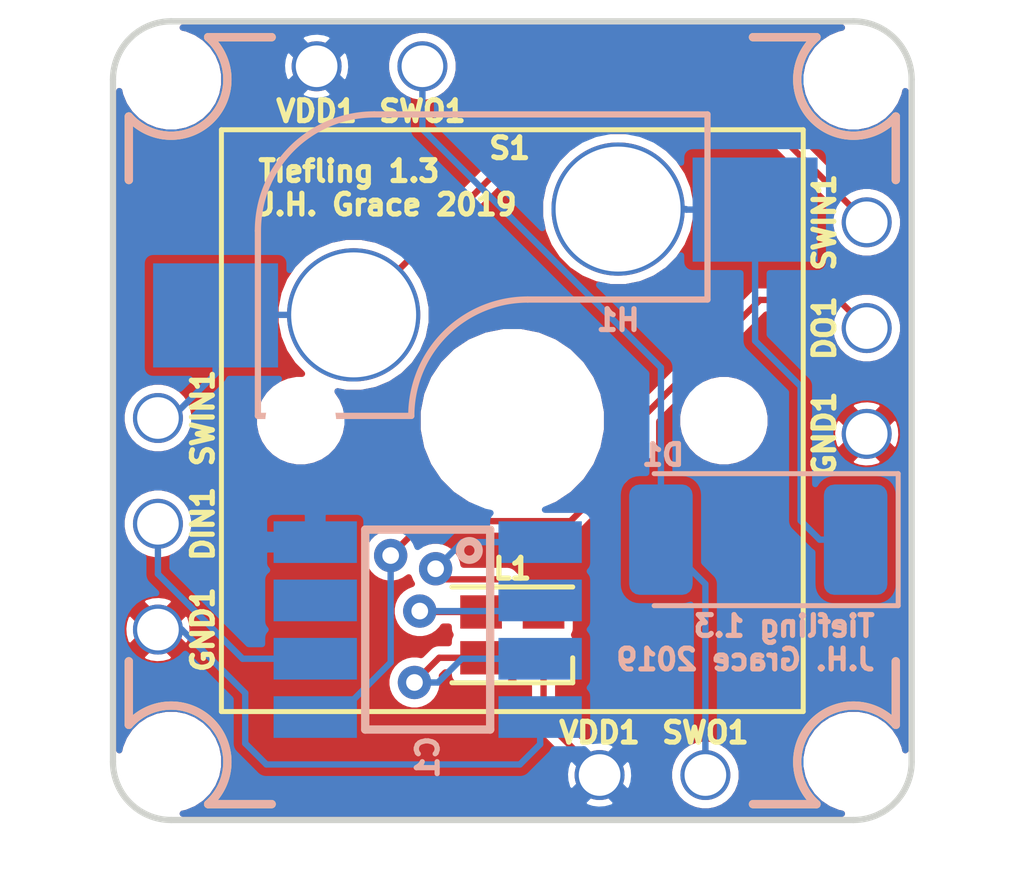
<source format=kicad_pcb>
(kicad_pcb (version 20171130) (host pcbnew "(5.0.1)-3")

  (general
    (thickness 1.6)
    (drawings 38)
    (tracks 71)
    (zones 0)
    (modules 19)
    (nets 12)
  )

  (page A4)
  (layers
    (0 F.Cu signal)
    (31 B.Cu signal)
    (32 B.Adhes user hide)
    (33 F.Adhes user hide)
    (34 B.Paste user hide)
    (35 F.Paste user hide)
    (36 B.SilkS user)
    (37 F.SilkS user)
    (38 B.Mask user)
    (39 F.Mask user)
    (40 Dwgs.User user hide)
    (41 Cmts.User user)
    (42 Eco1.User user hide)
    (43 Eco2.User user hide)
    (44 Edge.Cuts user)
    (45 Margin user)
    (46 B.CrtYd user)
    (47 F.CrtYd user)
    (48 B.Fab user)
    (49 F.Fab user)
  )

  (setup
    (last_trace_width 0.1524)
    (trace_clearance 0.2)
    (zone_clearance 0)
    (zone_45_only no)
    (trace_min 0.1524)
    (segment_width 0.1)
    (edge_width 0.1)
    (via_size 0.8)
    (via_drill 0.4)
    (via_min_size 0.4)
    (via_min_drill 0.3)
    (uvia_size 0.3)
    (uvia_drill 0.1)
    (uvias_allowed no)
    (uvia_min_size 0.2)
    (uvia_min_drill 0.1)
    (pcb_text_width 0.3)
    (pcb_text_size 1.5 1.5)
    (mod_edge_width 0.15)
    (mod_text_size 1 1)
    (mod_text_width 0.15)
    (pad_size 1 0.8)
    (pad_drill 0)
    (pad_to_mask_clearance 0.051)
    (solder_mask_min_width 0.25)
    (aux_axis_origin 0 0)
    (visible_elements 7FFFFFFF)
    (pcbplotparams
      (layerselection 0x010fc_ffffffff)
      (usegerberextensions false)
      (usegerberattributes false)
      (usegerberadvancedattributes false)
      (creategerberjobfile false)
      (excludeedgelayer true)
      (linewidth 0.100000)
      (plotframeref false)
      (viasonmask false)
      (mode 1)
      (useauxorigin false)
      (hpglpennumber 1)
      (hpglpenspeed 20)
      (hpglpendiameter 15.000000)
      (psnegative false)
      (psa4output false)
      (plotreference true)
      (plotvalue true)
      (plotinvisibletext false)
      (padsonsilk false)
      (subtractmaskfromsilk false)
      (outputformat 1)
      (mirror false)
      (drillshape 1)
      (scaleselection 1)
      (outputdirectory "./"))
  )

  (net 0 "")
  (net 1 "Net-(C1-Pad2)")
  (net 2 "Net-(C1-Pad3)")
  (net 3 "Net-(C1-Pad1)")
  (net 4 "Net-(C1-Pad7)")
  (net 5 /USB)
  (net 6 "Net-(D1-Pad1)")
  (net 7 /GND)
  (net 8 /DIN)
  (net 9 /DO)
  (net 10 /SWO)
  (net 11 /SWIN)

  (net_class Default "This is the default net class."
    (clearance 0.2)
    (trace_width 0.1524)
    (via_dia 0.8)
    (via_drill 0.4)
    (uvia_dia 0.3)
    (uvia_drill 0.1)
    (diff_pair_gap 0.25)
    (diff_pair_width 0.1524)
    (add_net /DIN)
    (add_net /DO)
    (add_net /GND)
    (add_net /SWIN)
    (add_net /SWO)
    (add_net /USB)
    (add_net "Net-(C1-Pad1)")
    (add_net "Net-(C1-Pad2)")
    (add_net "Net-(C1-Pad3)")
    (add_net "Net-(C1-Pad7)")
    (add_net "Net-(D1-Pad1)")
  )

  (module WoodElf_Lib:Kailh_HotSwap_Socket (layer F.Cu) (tedit 5CA94634) (tstamp 5CADAC0F)
    (at 143.1798 102.5652)
    (path /5C418846)
    (fp_text reference H1 (at 0.0127 2.6543) (layer B.SilkS)
      (effects (font (size 0.5 0.5) (thickness 0.125)) (justify mirror))
    )
    (fp_text value Kailh_HotSwap_SwitchMount (at -3.048 -3.175) (layer B.Fab)
      (effects (font (size 1 1) (thickness 0.15)) (justify mirror))
    )
    (fp_line (start 2.159 2.159) (end 2.159 -2.286) (layer B.SilkS) (width 0.15))
    (fp_line (start 2.159 -2.286) (end -5.842 -2.286) (layer B.SilkS) (width 0.15))
    (fp_line (start -8.636 0.508) (end -8.636 4.953) (layer B.SilkS) (width 0.15))
    (fp_line (start -8.636 4.953) (end -4.953 4.953) (layer B.SilkS) (width 0.15))
    (fp_line (start -2.159 2.159) (end 2.159 2.159) (layer B.SilkS) (width 0.15))
    (fp_line (start 4.953 1.397) (end 4.953 -1.397) (layer B.CrtYd) (width 0.15))
    (fp_line (start 4.953 -1.397) (end -5.461 -1.397) (layer B.CrtYd) (width 0.15))
    (fp_line (start -8.001 1.143) (end -11.303 1.143) (layer B.CrtYd) (width 0.15))
    (fp_line (start -11.303 1.143) (end -11.303 3.937) (layer B.CrtYd) (width 0.15))
    (fp_line (start -11.303 3.937) (end -4.953 3.937) (layer B.CrtYd) (width 0.15))
    (fp_line (start -2.413 1.397) (end 4.953 1.397) (layer B.CrtYd) (width 0.15))
    (fp_circle (center 0 0) (end 0.762 0.762) (layer B.Fab) (width 0.15))
    (fp_circle (center -6.337235 2.54) (end -5.448235 3.429) (layer B.Fab) (width 0.15))
    (fp_arc (start -2.159 4.953) (end -2.159 2.159) (angle -90) (layer B.SilkS) (width 0.15))
    (fp_arc (start -5.842 0.508) (end -5.842 -2.286) (angle -90) (layer B.SilkS) (width 0.15))
    (fp_arc (start -5.461 1.143) (end -5.461 -1.397) (angle -90) (layer B.CrtYd) (width 0.15))
    (fp_arc (start -2.413 3.937) (end -2.413 1.397) (angle -90) (layer B.CrtYd) (width 0.15))
    (pad 2 smd rect (at -9.652 2.54) (size 3 2.5) (layers B.Cu B.Paste B.Mask)
      (net 11 /SWIN) (solder_mask_margin 0.03) (clearance 0.03))
    (pad 1 smd rect (at 3.302 0) (size 3 2.5) (layers B.Cu B.Paste B.Mask)
      (net 6 "Net-(D1-Pad1)") (solder_mask_margin 0.03) (clearance 0.03))
  )

  (module LED_SMD:LED_Cree-PLCC4_2x2mm_CW (layer F.Cu) (tedit 5CA94692) (tstamp 5CA94EB1)
    (at 140.6525 112.776 180)
    (descr "2.0mm x 2.0mm PLCC4 LED, http://www.cree.com/~/media/Files/Cree/LED-Components-and-Modules/HB/Data-Sheets/CLMVBFKA.pdf")
    (tags "LED Cree PLCC-4")
    (path /5C705190)
    (attr smd)
    (fp_text reference L1 (at 0 1.5875 180) (layer F.SilkS)
      (effects (font (size 0.5 0.5) (thickness 0.125)))
    )
    (fp_text value LED_ARGB (at 0 2.25 180) (layer F.Fab)
      (effects (font (size 1 1) (thickness 0.15)))
    )
    (fp_circle (center 0 0) (end 0.8 0) (layer F.Fab) (width 0.1))
    (fp_line (start -1.7 -1.4) (end -1.7 1.4) (layer F.CrtYd) (width 0.05))
    (fp_line (start -1.7 1.4) (end 1.7 1.4) (layer F.CrtYd) (width 0.05))
    (fp_line (start 1.7 1.4) (end 1.7 -1.4) (layer F.CrtYd) (width 0.05))
    (fp_line (start 1.7 -1.4) (end -1.7 -1.4) (layer F.CrtYd) (width 0.05))
    (fp_line (start 0 -1) (end -1 0) (layer F.Fab) (width 0.1))
    (fp_line (start -1 -1) (end -1 1) (layer F.Fab) (width 0.1))
    (fp_line (start -1 1) (end 1 1) (layer F.Fab) (width 0.1))
    (fp_line (start 1 1) (end 1 -1) (layer F.Fab) (width 0.1))
    (fp_line (start 1 -1) (end -1 -1) (layer F.Fab) (width 0.1))
    (fp_line (start -1.45 -0.55) (end -1.45 -1.15) (layer F.SilkS) (width 0.12))
    (fp_line (start -1.45 -1.15) (end 1.45 -1.15) (layer F.SilkS) (width 0.12))
    (fp_line (start -1.45 1.15) (end 1.45 1.15) (layer F.SilkS) (width 0.12))
    (fp_text user %R (at 0 0 180) (layer F.Fab)
      (effects (font (size 0.5 0.5) (thickness 0.075)))
    )
    (pad 1 smd rect (at -0.75 -0.55 180) (size 1 0.8) (layers F.Cu F.Paste F.Mask)
      (net 5 /USB) (solder_mask_margin 0.01) (clearance 0.01))
    (pad 2 smd rect (at 0.75 -0.55 180) (size 1 0.8) (layers F.Cu F.Paste F.Mask)
      (net 2 "Net-(C1-Pad3)") (solder_mask_margin 0.01) (clearance 0.01))
    (pad 3 smd rect (at 0.75 0.55 180) (size 1 0.8) (layers F.Cu F.Paste F.Mask)
      (net 1 "Net-(C1-Pad2)") (solder_mask_margin 0.01) (clearance 0.01))
    (pad 4 smd rect (at -0.75 0.55 180) (size 1 0.8) (layers F.Cu F.Paste F.Mask)
      (net 3 "Net-(C1-Pad1)") (solder_mask_margin 0.01) (clearance 0.01))
    (model ${KISYS3DMOD}/LED_SMD.3dshapes/LED_Cree-PLCC4_2x2mm_CW.wrl
      (at (xyz 0 0 0))
      (scale (xyz 1 1 1))
      (rotate (xyz 0 0 0))
    )
  )

  (module WoodElf_Lib:WS2811 (layer B.Cu) (tedit 5CA945F3) (tstamp 5CA18003)
    (at 138.6205 112.649 270)
    (path /5C4187B9)
    (fp_text reference C1 (at 3.065149 -0.002271 270) (layer B.SilkS)
      (effects (font (size 0.5 0.5) (thickness 0.125)) (justify mirror))
    )
    (fp_text value WS2811 (at 0 4.400001 270) (layer B.Fab)
      (effects (font (size 1 1) (thickness 0.2)) (justify mirror))
    )
    (fp_line (start -2.4 1.5) (end 2.4 1.5) (layer B.SilkS) (width 0.2))
    (fp_line (start -2.4 1.5) (end -2.4 -1.5) (layer B.SilkS) (width 0.2))
    (fp_line (start -2.4 -1.5) (end 2.4 -1.5) (layer B.SilkS) (width 0.2))
    (fp_line (start 2.4 1.5) (end 2.4 -1.5) (layer B.SilkS) (width 0.2))
    (fp_circle (center -1.9 -1) (end -1.8 -1.2) (layer B.SilkS) (width 0.2))
    (fp_line (start 2.7178 3.809999) (end 2.7178 -3.81) (layer B.CrtYd) (width 0.15))
    (fp_line (start 2.7178 -3.81) (end -2.7178 -3.809999) (layer B.CrtYd) (width 0.15))
    (fp_line (start -2.7178 -3.809999) (end -2.7178 3.81) (layer B.CrtYd) (width 0.15))
    (fp_line (start -2.7178 3.81) (end 2.7178 3.809999) (layer B.CrtYd) (width 0.15))
    (fp_line (start -2.54 1.524) (end 2.54 1.524) (layer B.Fab) (width 0.15))
    (fp_line (start 2.54 1.524) (end 2.54 -1.524) (layer B.Fab) (width 0.15))
    (fp_line (start 2.54 -1.524) (end -2.032 -1.524) (layer B.Fab) (width 0.15))
    (fp_line (start -2.54 -1.016) (end -2.54 1.524) (layer B.Fab) (width 0.15))
    (fp_line (start -2.54 -1.016) (end -2.032 -1.524) (layer B.Fab) (width 0.15))
    (pad 8 smd rect (at -2.1 2.7 270) (size 1 2) (layers B.Cu B.Paste B.Mask)
      (net 5 /USB) (solder_mask_margin 0.03) (clearance 0.03))
    (pad 5 smd rect (at 2.1 2.7 270) (size 1 2) (layers B.Cu B.Paste B.Mask)
      (net 9 /DO) (solder_mask_margin 0.03) (clearance 0.03))
    (pad 6 smd rect (at 0.7 2.699999 270) (size 1 2) (layers B.Cu B.Paste B.Mask)
      (net 8 /DIN) (solder_mask_margin 0.03) (clearance 0.03))
    (pad 7 smd rect (at -0.7 2.7 270) (size 1 2) (layers B.Cu B.Paste B.Mask)
      (net 4 "Net-(C1-Pad7)") (solder_mask_margin 0.03) (clearance 0.03))
    (pad 1 smd rect (at -2.1 -2.7 270) (size 1 2) (layers B.Cu B.Paste B.Mask)
      (net 3 "Net-(C1-Pad1)") (solder_mask_margin 0.03) (clearance 0.03))
    (pad 4 smd rect (at 2.1 -2.7 270) (size 1 2) (layers B.Cu B.Paste B.Mask)
      (net 7 /GND) (solder_mask_margin 0.03) (clearance 0.03))
    (pad 3 smd rect (at 0.7 -2.7 270) (size 1 2) (layers B.Cu B.Paste B.Mask)
      (net 2 "Net-(C1-Pad3)") (solder_mask_margin 0.03) (clearance 0.03))
    (pad 2 smd rect (at -0.7 -2.699999 270) (size 1 2) (layers B.Cu B.Paste B.Mask)
      (net 1 "Net-(C1-Pad2)") (solder_mask_margin 0.03) (clearance 0.03))
  )

  (module WoodElf_Lib:SW_Cherry_MX1A_1.00u_PCB (layer F.Cu) (tedit 5CA93DB2) (tstamp 5CDE5E0C)
    (at 143.1925 102.5525)
    (descr "Cherry MX keyswitch, MX1A, 1.00u, PCB mount, http://cherryamericas.com/wp-content/uploads/2014/12/mx_cat.pdf")
    (tags "cherry mx keyswitch MX1A 1.00u PCB")
    (path /5C418754)
    (fp_text reference S1 (at -2.6035 -1.4605) (layer F.SilkS)
      (effects (font (size 0.5 0.5) (thickness 0.125)))
    )
    (fp_text value Kailh_RGB_Switch (at -2.234001 15.545999) (layer F.Fab)
      (effects (font (size 1 1) (thickness 0.15)))
    )
    (fp_line (start -3.7084 11.3284) (end -1.3716 11.3284) (layer F.Fab) (width 0.12))
    (fp_line (start -1.3716 8.9916) (end -1.3716 11.3284) (layer F.Fab) (width 0.12))
    (fp_line (start -3.7084 8.9916) (end -1.3716 8.9916) (layer F.Fab) (width 0.12))
    (fp_line (start -3.7084 8.9916) (end -3.7084 11.3284) (layer F.Fab) (width 0.12))
    (fp_text user %R (at -2.54 0) (layer F.Fab)
      (effects (font (size 0.5 0.5) (thickness 0.125)))
    )
    (fp_line (start -9.14 11.68) (end -9.14 -1.52) (layer F.CrtYd) (width 0.05))
    (fp_line (start 4.06 11.68) (end -9.14 11.68) (layer F.CrtYd) (width 0.05))
    (fp_line (start 4.06 -1.52) (end 4.06 11.68) (layer F.CrtYd) (width 0.05))
    (fp_line (start -9.14 -1.52) (end 4.06 -1.52) (layer F.CrtYd) (width 0.05))
    (fp_line (start -12.065 -4.445) (end 6.985 -4.445) (layer Dwgs.User) (width 0.15))
    (fp_line (start 6.985 -4.445) (end 6.985 14.605) (layer Dwgs.User) (width 0.15))
    (fp_line (start 6.985 14.605) (end -12.065 14.605) (layer Dwgs.User) (width 0.15))
    (fp_line (start -12.065 14.605) (end -12.065 -4.445) (layer Dwgs.User) (width 0.15))
    (fp_line (start -9.525 -1.905) (end 4.445 -1.905) (layer F.SilkS) (width 0.12))
    (fp_line (start 4.445 -1.905) (end 4.445 12.065) (layer F.SilkS) (width 0.12))
    (fp_line (start 4.445 12.065) (end -9.525 12.065) (layer F.SilkS) (width 0.12))
    (fp_line (start -9.525 12.065) (end -9.525 -1.905) (layer F.SilkS) (width 0.12))
    (fp_line (start -10.393 -2.794) (end 5.334 -2.794) (layer Dwgs.User) (width 0.15))
    (fp_line (start 5.334 -2.794) (end 5.334 12.954) (layer Dwgs.User) (width 0.15))
    (fp_line (start 5.334 12.954) (end -10.414 12.954) (layer Dwgs.User) (width 0.15))
    (fp_line (start -10.414 12.954) (end -10.414 -2.794) (layer Dwgs.User) (width 0.15))
    (pad 1 thru_hole circle (at 0 0) (size 3.2 3.2) (drill 3) (layers *.Cu *.Mask)
      (net 6 "Net-(D1-Pad1)"))
    (pad 2 thru_hole circle (at -6.35 2.54) (size 3.2 3.2) (drill 3) (layers *.Cu *.Mask)
      (net 11 /SWIN))
    (pad "" np_thru_hole circle (at -2.54 5.08) (size 4 4) (drill 4) (layers *.Cu *.Mask))
    (pad "" np_thru_hole circle (at -7.62 5.08) (size 1.7 1.7) (drill 1.7) (layers *.Cu *.Mask))
    (pad "" np_thru_hole circle (at 2.54 5.08) (size 1.7 1.7) (drill 1.7) (layers *.Cu *.Mask))
    (model ${KISYS3DMOD}/Button_Switch_Keyboard.3dshapes/SW_Cherry_MX1A_1.00u_PCB.wrl
      (at (xyz 0 0 0))
      (scale (xyz 1 1 1))
      (rotate (xyz 0 0 0))
    )
  )

  (module WoodElf_Lib:BlankThrough-Hole (layer F.Cu) (tedit 5C6FDFA1) (tstamp 5CDE5F0E)
    (at 145.288 116.1415)
    (path /5C69A5F3)
    (fp_text reference SWO1 (at 0 -1.016) (layer F.SilkS)
      (effects (font (size 0.5 0.5) (thickness 0.125)))
    )
    (fp_text value BlankThrough-Hole (at 0 -1.016) (layer F.Fab)
      (effects (font (size 0.5 0.5) (thickness 0.125)))
    )
    (pad 1 thru_hole circle (at 0 0) (size 1.2 1.2) (drill 1) (layers *.Cu *.Mask)
      (net 10 /SWO) (solder_mask_margin 0.1) (clearance 0.1))
  )

  (module WoodElf_Lib:BlankThrough-Hole (layer F.Cu) (tedit 5C6FDFA1) (tstamp 5CDE5F0A)
    (at 142.748 116.1415)
    (path /5C699DC5)
    (fp_text reference VDD1 (at 0 -1.016) (layer F.SilkS)
      (effects (font (size 0.5 0.5) (thickness 0.125)))
    )
    (fp_text value BlankThrough-Hole (at 0 -1.016) (layer F.Fab)
      (effects (font (size 0.5 0.5) (thickness 0.125)))
    )
    (pad 1 thru_hole circle (at 0 0) (size 1.2 1.2) (drill 1) (layers *.Cu *.Mask)
      (net 5 /USB) (solder_mask_margin 0.1) (clearance 0.1))
  )

  (module WoodElf_Lib:BlankThrough-Hole (layer F.Cu) (tedit 5C6FDFA1) (tstamp 5CDE5EFA)
    (at 149.1615 107.95)
    (path /5C69B783)
    (fp_text reference GND1 (at -1.016 0 90) (layer F.SilkS)
      (effects (font (size 0.5 0.5) (thickness 0.125)))
    )
    (fp_text value BlankThrough-Hole (at 0 -1.016) (layer F.Fab)
      (effects (font (size 0.5 0.5) (thickness 0.125)))
    )
    (pad 1 thru_hole circle (at 0 0) (size 1.2 1.2) (drill 1) (layers *.Cu *.Mask)
      (net 7 /GND) (solder_mask_margin 0.1) (clearance 0.1))
  )

  (module WoodElf_Lib:BlankThrough-Hole (layer F.Cu) (tedit 5C6FDFA1) (tstamp 5CDE5EF1)
    (at 149.1615 102.87)
    (path /5C699EEB)
    (fp_text reference SWIN1 (at -1.016 0 90) (layer F.SilkS)
      (effects (font (size 0.5 0.5) (thickness 0.125)))
    )
    (fp_text value BlankThrough-Hole (at 0 -1.016) (layer F.Fab)
      (effects (font (size 0.5 0.5) (thickness 0.125)))
    )
    (pad 1 thru_hole circle (at 0 0) (size 1.2 1.2) (drill 1) (layers *.Cu *.Mask)
      (net 11 /SWIN) (solder_mask_margin 0.1) (clearance 0.1))
  )

  (module Diode_SMD:D_2010_5025Metric_Pad1.52x2.65mm_HandSolder (layer B.Cu) (tedit 5CA93B49) (tstamp 5C6FD630)
    (at 146.558 110.49 180)
    (descr "Diode SMD 2010 (5025 Metric), square (rectangular) end terminal, IPC_7351 nominal, (Body size source: http://www.tortai-tech.com/upload/download/2011102023233369053.pdf), generated with kicad-footprint-generator")
    (tags "diode handsolder")
    (path /5C498866)
    (attr smd)
    (fp_text reference D1 (at 2.286 2.032 180) (layer B.SilkS)
      (effects (font (size 0.5 0.5) (thickness 0.125)) (justify mirror))
    )
    (fp_text value DIODE (at 0 -2.28 180) (layer B.Fab)
      (effects (font (size 1 1) (thickness 0.15)) (justify mirror))
    )
    (fp_line (start 2.5 1.25) (end -1.875 1.25) (layer B.Fab) (width 0.1))
    (fp_line (start -1.875 1.25) (end -2.5 0.625) (layer B.Fab) (width 0.1))
    (fp_line (start -2.5 0.625) (end -2.5 -1.25) (layer B.Fab) (width 0.1))
    (fp_line (start -2.5 -1.25) (end 2.5 -1.25) (layer B.Fab) (width 0.1))
    (fp_line (start 2.5 -1.25) (end 2.5 1.25) (layer B.Fab) (width 0.1))
    (fp_line (start 2.5 1.585) (end -3.36 1.585) (layer B.SilkS) (width 0.12))
    (fp_line (start -3.36 1.585) (end -3.36 -1.585) (layer B.SilkS) (width 0.12))
    (fp_line (start -3.36 -1.585) (end 2.5 -1.585) (layer B.SilkS) (width 0.12))
    (fp_line (start -3.35 -1.58) (end -3.35 1.58) (layer B.CrtYd) (width 0.05))
    (fp_line (start -3.35 1.58) (end 3.35 1.58) (layer B.CrtYd) (width 0.05))
    (fp_line (start 3.35 1.58) (end 3.35 -1.58) (layer B.CrtYd) (width 0.05))
    (fp_line (start 3.35 -1.58) (end -3.35 -1.58) (layer B.CrtYd) (width 0.05))
    (fp_text user %R (at 0 0 180) (layer B.Fab)
      (effects (font (size 1 1) (thickness 0.15)) (justify mirror))
    )
    (pad 1 smd roundrect (at -2.3375 0 180) (size 1.525 2.65) (layers B.Cu B.Paste B.Mask) (roundrect_rratio 0.163934)
      (net 6 "Net-(D1-Pad1)"))
    (pad 2 smd roundrect (at 2.3375 0 180) (size 1.525 2.65) (layers B.Cu B.Paste B.Mask) (roundrect_rratio 0.163934)
      (net 10 /SWO))
    (model ${KISYS3DMOD}/Diode_SMD.3dshapes/D_2010_5025Metric.wrl
      (at (xyz 0 0 0))
      (scale (xyz 1 1 1))
      (rotate (xyz 0 0 0))
    )
  )

  (module WoodElfLib:Mount (layer F.Cu) (tedit 5C454C3E) (tstamp 5C6F4A8D)
    (at 132.461 115.824)
    (fp_text reference Mount (at 0 -1.397) (layer F.Fab)
      (effects (font (size 0.5 0.5) (thickness 0.125)))
    )
    (fp_text value Mount (at 0 -1.397) (layer F.Fab)
      (effects (font (size 0.5 0.5) (thickness 0.125)))
    )
    (pad "" np_thru_hole circle (at 0 0) (size 2 2) (drill 2) (layers *.Cu *.Mask))
  )

  (module WoodElfLib:Mount (layer F.Cu) (tedit 5C454C3E) (tstamp 5C7249A1)
    (at 148.844 115.824)
    (fp_text reference Mount (at 0 -1.397) (layer F.Fab)
      (effects (font (size 0.5 0.5) (thickness 0.125)))
    )
    (fp_text value Mount (at 0 -1.397) (layer F.Fab)
      (effects (font (size 0.5 0.5) (thickness 0.125)))
    )
    (pad "" np_thru_hole circle (at 0 0) (size 2 2) (drill 2) (layers *.Cu *.Mask))
  )

  (module WoodElfLib:Mount (layer F.Cu) (tedit 5C454C3E) (tstamp 5C51C9C1)
    (at 132.461 99.441)
    (fp_text reference Mount (at 0 -1.397) (layer F.Fab)
      (effects (font (size 0.5 0.5) (thickness 0.125)))
    )
    (fp_text value Mount (at 0 -1.397) (layer F.Fab)
      (effects (font (size 0.5 0.5) (thickness 0.125)))
    )
    (pad "" np_thru_hole circle (at 0 0) (size 2 2) (drill 2) (layers *.Cu *.Mask))
  )

  (module WoodElfLib:Mount (layer F.Cu) (tedit 5C454C3E) (tstamp 5C51C999)
    (at 148.844 99.441)
    (fp_text reference Mount (at 0 -1.397) (layer F.Fab)
      (effects (font (size 0.5 0.5) (thickness 0.125)))
    )
    (fp_text value Mount (at 0 -1.397) (layer F.Fab)
      (effects (font (size 0.5 0.5) (thickness 0.125)))
    )
    (pad "" np_thru_hole circle (at 0 0) (size 2 2) (drill 2) (layers *.Cu *.Mask))
  )

  (module WoodElf_Lib:BlankThrough-Hole (layer F.Cu) (tedit 5C6FDFA1) (tstamp 5CDE591A)
    (at 132.1435 110.109)
    (path /5C69A757)
    (fp_text reference DIN1 (at 1.0795 0 90) (layer F.SilkS)
      (effects (font (size 0.5 0.5) (thickness 0.125)))
    )
    (fp_text value BlankThrough-Hole (at 0 -1.016) (layer F.Fab)
      (effects (font (size 0.5 0.5) (thickness 0.125)))
    )
    (pad 1 thru_hole circle (at 0 0) (size 1.2 1.2) (drill 1) (layers *.Cu *.Mask)
      (net 8 /DIN) (solder_mask_margin 0.1) (clearance 0.1))
  )

  (module WoodElf_Lib:BlankThrough-Hole (layer F.Cu) (tedit 5C6FDFA1) (tstamp 5CDE591F)
    (at 149.1615 105.41)
    (path /5C69A78B)
    (fp_text reference DO1 (at -1.016 0 90) (layer F.SilkS)
      (effects (font (size 0.5 0.5) (thickness 0.125)))
    )
    (fp_text value BlankThrough-Hole (at 0 -1.016) (layer F.Fab)
      (effects (font (size 0.5 0.5) (thickness 0.125)))
    )
    (pad 1 thru_hole circle (at 0 0) (size 1.2 1.2) (drill 1) (layers *.Cu *.Mask)
      (net 9 /DO) (solder_mask_margin 0.1) (clearance 0.1))
  )

  (module WoodElf_Lib:BlankThrough-Hole (layer F.Cu) (tedit 5C6FDFA1) (tstamp 5CDE5924)
    (at 132.1435 112.649)
    (path /5C69B783)
    (fp_text reference GND1 (at 1.0795 0 90) (layer F.SilkS)
      (effects (font (size 0.5 0.5) (thickness 0.125)))
    )
    (fp_text value BlankThrough-Hole (at 0 -1.016) (layer F.Fab)
      (effects (font (size 0.5 0.5) (thickness 0.125)))
    )
    (pad 1 thru_hole circle (at 0 0) (size 1.2 1.2) (drill 1) (layers *.Cu *.Mask)
      (net 7 /GND) (solder_mask_margin 0.1) (clearance 0.1))
  )

  (module WoodElf_Lib:BlankThrough-Hole (layer F.Cu) (tedit 5C6FDFA1) (tstamp 5CDE5929)
    (at 132.1435 107.569)
    (path /5C699EEB)
    (fp_text reference SWIN1 (at 1.0795 0 90) (layer F.SilkS)
      (effects (font (size 0.5 0.5) (thickness 0.125)))
    )
    (fp_text value BlankThrough-Hole (at 0 -1.016) (layer F.Fab)
      (effects (font (size 0.5 0.5) (thickness 0.125)))
    )
    (pad 1 thru_hole circle (at 0 0) (size 1.2 1.2) (drill 1) (layers *.Cu *.Mask)
      (net 11 /SWIN) (solder_mask_margin 0.1) (clearance 0.1))
  )

  (module WoodElf_Lib:BlankThrough-Hole (layer F.Cu) (tedit 5C6FDFA1) (tstamp 5CDE592E)
    (at 138.4935 99.1235)
    (path /5C69A5F3)
    (fp_text reference SWO1 (at 0 1.0795) (layer F.SilkS)
      (effects (font (size 0.5 0.5) (thickness 0.125)))
    )
    (fp_text value BlankThrough-Hole (at 0 -1.016) (layer F.Fab)
      (effects (font (size 0.5 0.5) (thickness 0.125)))
    )
    (pad 1 thru_hole circle (at 0 0) (size 1.2 1.2) (drill 1) (layers *.Cu *.Mask)
      (net 10 /SWO) (solder_mask_margin 0.1) (clearance 0.1))
  )

  (module WoodElf_Lib:BlankThrough-Hole (layer F.Cu) (tedit 5C6FDFA1) (tstamp 5CDE5933)
    (at 135.9535 99.1235)
    (path /5C699DC5)
    (fp_text reference VDD1 (at 0 1.0795) (layer F.SilkS)
      (effects (font (size 0.5 0.5) (thickness 0.125)))
    )
    (fp_text value BlankThrough-Hole (at 0 -1.016) (layer F.Fab)
      (effects (font (size 0.5 0.5) (thickness 0.125)))
    )
    (pad 1 thru_hole circle (at 0 0) (size 1.2 1.2) (drill 1) (layers *.Cu *.Mask)
      (net 5 /USB) (solder_mask_margin 0.1) (clearance 0.1))
  )

  (gr_circle (center 132.461 99.441) (end 134.461 99.441) (layer Dwgs.User) (width 0.1) (tstamp 5C88CB96))
  (gr_circle (center 148.844 99.441) (end 150.844 99.441) (layer Dwgs.User) (width 0.1) (tstamp 5C88CB94))
  (gr_circle (center 148.844 115.824) (end 150.844 115.824) (layer Dwgs.User) (width 0.1) (tstamp 5C724975))
  (gr_circle (center 132.461 115.824) (end 134.461 115.824) (layer Dwgs.User) (width 0.1))
  (gr_arc (start 132.461 115.824) (end 131.064 115.824) (angle -90) (layer Edge.Cuts) (width 0.15) (tstamp 5C6F4B7E))
  (gr_arc (start 132.461 115.824) (end 133.35 116.84) (angle -187.6281497) (layer F.SilkS) (width 0.2) (tstamp 5C6F4B7D))
  (gr_line (start 131.444079 114.935) (end 131.444079 113.411) (layer F.SilkS) (width 0.2) (tstamp 5C6F4B7C))
  (gr_line (start 133.35 116.84) (end 134.874 116.84) (layer F.SilkS) (width 0.2) (tstamp 5C6F4B7B))
  (gr_line (start 133.35 116.84) (end 134.874 116.84) (layer B.SilkS) (width 0.2) (tstamp 5C6F4B7A))
  (gr_arc (start 132.461 115.824) (end 133.35 116.84) (angle -187.6281497) (layer B.SilkS) (width 0.2) (tstamp 5C6F4B79))
  (gr_line (start 131.444079 114.935) (end 131.444079 113.411) (layer B.SilkS) (width 0.2) (tstamp 5C6F4B78))
  (gr_line (start 147.955 116.84) (end 146.431 116.84) (layer F.SilkS) (width 0.2) (tstamp 5C724911))
  (gr_arc (start 148.844 115.824) (end 149.86 114.935) (angle -187.6281497) (layer F.SilkS) (width 0.2) (tstamp 5C724905))
  (gr_arc (start 148.844 115.824) (end 148.844 117.221) (angle -90) (layer Edge.Cuts) (width 0.15) (tstamp 5C72490E))
  (gr_line (start 149.86 114.935) (end 149.86 113.411) (layer F.SilkS) (width 0.2) (tstamp 5C724902))
  (gr_line (start 149.86 114.935) (end 149.86 113.411) (layer B.SilkS) (width 0.2) (tstamp 5C724908))
  (gr_arc (start 148.844 115.824) (end 149.86 114.935) (angle -187.6281497) (layer B.SilkS) (width 0.2) (tstamp 5C72490B))
  (gr_line (start 147.955 116.84) (end 146.431 116.84) (layer B.SilkS) (width 0.2) (tstamp 5C7248FF))
  (gr_arc (start 148.844 99.441) (end 147.955 98.425) (angle -187.6281497) (layer B.SilkS) (width 0.2) (tstamp 5C5049ED))
  (gr_line (start 147.955 98.425) (end 146.431 98.425) (layer B.SilkS) (width 0.2) (tstamp 5C428E82))
  (gr_line (start 149.86 100.33) (end 149.86 101.854) (layer B.SilkS) (width 0.2) (tstamp 5C428E3A))
  (gr_line (start 133.35 98.425) (end 134.874 98.425) (layer B.SilkS) (width 0.2) (tstamp 5C428D1B))
  (gr_arc (start 132.461 99.441) (end 131.445 100.33) (angle -187.6281497) (layer B.SilkS) (width 0.2) (tstamp 5C428CF7))
  (gr_line (start 131.445 100.33) (end 131.445 101.854) (layer B.SilkS) (width 0.2) (tstamp 5C428C90))
  (gr_line (start 149.86 100.33) (end 149.86 101.854) (layer F.SilkS) (width 0.2) (tstamp 5C42898F))
  (gr_line (start 147.955 98.425) (end 146.431 98.425) (layer F.SilkS) (width 0.2) (tstamp 5C42898E))
  (gr_arc (start 148.844 99.441) (end 147.955 98.425) (angle -187.6281497) (layer F.SilkS) (width 0.2) (tstamp 5C42898D))
  (gr_line (start 133.35 98.425) (end 134.874 98.425) (layer F.SilkS) (width 0.2))
  (gr_line (start 131.445 100.33) (end 131.445 101.854) (layer F.SilkS) (width 0.2))
  (gr_arc (start 132.461 99.441) (end 131.445 100.33) (angle -187.6281497) (layer F.SilkS) (width 0.2))
  (gr_text "Tiefling 1.3\nJ.H. Grace 2019" (at 149.4155 112.9665) (layer B.SilkS) (tstamp 5C504DA2)
    (effects (font (size 0.5 0.5) (thickness 0.125)) (justify left mirror))
  )
  (gr_text "Tiefling 1.3\nJ.H. Grace 2019" (at 134.493 102.0445) (layer F.SilkS) (tstamp 5C504DDB)
    (effects (font (size 0.5 0.5) (thickness 0.125)) (justify left))
  )
  (gr_line (start 132.461 98.044) (end 148.844 98.044) (layer Edge.Cuts) (width 0.15))
  (gr_line (start 131.064 115.824) (end 131.064 99.441) (layer Edge.Cuts) (width 0.15))
  (gr_line (start 148.844 117.221) (end 132.461 117.221) (layer Edge.Cuts) (width 0.15) (tstamp 5C7248FC))
  (gr_line (start 150.241 99.441) (end 150.241 115.824) (layer Edge.Cuts) (width 0.15) (tstamp 5C7248F3))
  (gr_arc (start 148.844 99.441) (end 150.241 99.441) (angle -90) (layer Edge.Cuts) (width 0.15))
  (gr_arc (start 132.461 99.441) (end 132.461 98.044) (angle -90) (layer Edge.Cuts) (width 0.15))

  (via (at 138.43 112.2045) (size 0.8) (drill 0.4) (layers F.Cu B.Cu) (net 1))
  (segment (start 139.9025 112.226) (end 138.4515 112.226) (width 0.1524) (layer F.Cu) (net 1))
  (segment (start 138.4515 112.226) (end 138.43 112.2045) (width 0.1524) (layer F.Cu) (net 1))
  (segment (start 141.064999 112.2045) (end 141.320499 111.949) (width 0.1524) (layer B.Cu) (net 1))
  (segment (start 138.43 112.2045) (end 141.064999 112.2045) (width 0.1524) (layer B.Cu) (net 1))
  (segment (start 141.339 113.326) (end 141.439 113.326) (width 0.1524) (layer F.Cu) (net 5))
  (segment (start 140.8205 113.349) (end 140.819 113.3475) (width 0.1524) (layer B.Cu) (net 2))
  (segment (start 141.3205 113.349) (end 140.8205 113.349) (width 0.1524) (layer B.Cu) (net 2))
  (segment (start 140.819 113.3475) (end 140.1445 113.3475) (width 0.1524) (layer B.Cu) (net 2))
  (segment (start 141.3205 113.349) (end 140.0795 113.349) (width 0.1524) (layer B.Cu) (net 2))
  (segment (start 139.9025 113.526) (end 139.9025 113.326) (width 0.1524) (layer F.Cu) (net 2))
  (via (at 138.303 113.919) (size 0.8) (drill 0.4) (layers F.Cu B.Cu) (net 2))
  (segment (start 139.9025 113.326) (end 138.896 113.326) (width 0.1524) (layer F.Cu) (net 2))
  (segment (start 138.896 113.326) (end 138.303 113.919) (width 0.1524) (layer F.Cu) (net 2))
  (segment (start 139.438685 113.349) (end 140.0795 113.349) (width 0.1524) (layer B.Cu) (net 2))
  (segment (start 138.868685 113.919) (end 139.438685 113.349) (width 0.1524) (layer B.Cu) (net 2))
  (segment (start 138.303 113.919) (end 138.868685 113.919) (width 0.1524) (layer B.Cu) (net 2))
  (segment (start 141.062 110.8075) (end 141.3205 110.549) (width 0.1524) (layer B.Cu) (net 3))
  (via (at 138.811 111.1885) (size 0.8) (drill 0.4) (layers F.Cu B.Cu) (net 3))
  (segment (start 141.3205 110.549) (end 139.4505 110.549) (width 0.1524) (layer B.Cu) (net 3))
  (segment (start 139.4505 110.549) (end 138.811 111.1885) (width 0.1524) (layer B.Cu) (net 3))
  (segment (start 138.811 111.1885) (end 139.065 111.4425) (width 0.1524) (layer F.Cu) (net 3))
  (segment (start 139.065 111.4425) (end 140.519 111.4425) (width 0.1524) (layer F.Cu) (net 3))
  (segment (start 141.3025 112.226) (end 141.4025 112.226) (width 0.1524) (layer F.Cu) (net 3))
  (segment (start 140.519 111.4425) (end 141.3025 112.226) (width 0.1524) (layer F.Cu) (net 3))
  (segment (start 141.4025 114.796) (end 142.748 116.1415) (width 0.1524) (layer F.Cu) (net 5))
  (segment (start 141.4025 113.326) (end 141.4025 114.796) (width 0.1524) (layer F.Cu) (net 5))
  (segment (start 144.8167 102.5525) (end 143.1925 102.5525) (width 0.1524) (layer B.Cu) (net 6))
  (segment (start 144.8294 102.5652) (end 144.8167 102.5525) (width 0.1524) (layer B.Cu) (net 6))
  (segment (start 146.4818 102.5652) (end 144.8294 102.5652) (width 0.1524) (layer B.Cu) (net 6))
  (segment (start 147.0025 103.0859) (end 146.4818 102.5652) (width 0.1524) (layer B.Cu) (net 6))
  (segment (start 148.033 110.49) (end 147.574 110.031) (width 0.1524) (layer B.Cu) (net 6))
  (segment (start 148.8955 110.49) (end 148.033 110.49) (width 0.1524) (layer B.Cu) (net 6))
  (segment (start 147.574 110.031) (end 147.574 106.807) (width 0.1524) (layer B.Cu) (net 6))
  (segment (start 146.4818 105.7148) (end 146.4818 102.5652) (width 0.1524) (layer B.Cu) (net 6))
  (segment (start 147.574 106.807) (end 146.4818 105.7148) (width 0.1524) (layer B.Cu) (net 6))
  (segment (start 132.1435 112.649) (end 132.715 112.649) (width 0.1524) (layer B.Cu) (net 7))
  (segment (start 132.715 112.649) (end 134.239 114.173) (width 0.1524) (layer B.Cu) (net 7))
  (segment (start 134.239 114.173) (end 134.239 115.3795) (width 0.1524) (layer B.Cu) (net 7))
  (segment (start 134.239 115.3795) (end 134.747 115.8875) (width 0.1524) (layer B.Cu) (net 7))
  (segment (start 140.8344 115.8875) (end 134.747 115.8875) (width 0.1524) (layer B.Cu) (net 7))
  (segment (start 141.3205 115.4014) (end 140.8344 115.8875) (width 0.1524) (layer B.Cu) (net 7))
  (segment (start 141.3205 114.749) (end 141.3205 115.4014) (width 0.1524) (layer B.Cu) (net 7))
  (segment (start 132.1435 111.3155) (end 132.1435 110.109) (width 0.1524) (layer B.Cu) (net 8))
  (segment (start 135.920501 113.349) (end 134.177 113.349) (width 0.1524) (layer B.Cu) (net 8))
  (segment (start 134.177 113.349) (end 132.1435 111.3155) (width 0.1524) (layer B.Cu) (net 8))
  (via (at 137.7315 110.871) (size 0.8) (drill 0.4) (layers F.Cu B.Cu) (net 9))
  (segment (start 137.7315 113.438) (end 137.7315 110.871) (width 0.1524) (layer B.Cu) (net 9))
  (segment (start 135.9205 114.749) (end 136.4205 114.749) (width 0.1524) (layer B.Cu) (net 9))
  (segment (start 136.4205 114.749) (end 137.7315 113.438) (width 0.1524) (layer B.Cu) (net 9))
  (segment (start 148.485299 104.733799) (end 146.599201 104.733799) (width 0.1524) (layer F.Cu) (net 9))
  (segment (start 149.1615 105.41) (end 148.485299 104.733799) (width 0.1524) (layer F.Cu) (net 9))
  (segment (start 138.557 110.0455) (end 137.7315 110.871) (width 0.1524) (layer F.Cu) (net 9))
  (segment (start 146.599201 104.733799) (end 143.8275 107.5055) (width 0.1524) (layer F.Cu) (net 9))
  (segment (start 143.8275 107.5055) (end 143.8275 108.2675) (width 0.1524) (layer F.Cu) (net 9))
  (segment (start 143.8275 108.2675) (end 142.0495 110.0455) (width 0.1524) (layer F.Cu) (net 9))
  (segment (start 142.0495 110.0455) (end 138.557 110.0455) (width 0.1524) (layer F.Cu) (net 9))
  (segment (start 145.288 111.5575) (end 144.2205 110.49) (width 0.1524) (layer B.Cu) (net 10))
  (segment (start 144.2205 110.49) (end 144.2205 106.357278) (width 0.1524) (layer B.Cu) (net 10))
  (segment (start 138.4935 100.630278) (end 138.4935 99.1235) (width 0.1524) (layer B.Cu) (net 10))
  (segment (start 144.2205 106.357278) (end 138.4935 100.630278) (width 0.1524) (layer B.Cu) (net 10))
  (segment (start 145.288 111.5575) (end 145.288 116.1415) (width 0.1524) (layer B.Cu) (net 10))
  (segment (start 136.8425 105.0925) (end 133.5405 105.0925) (width 0.1524) (layer B.Cu) (net 11))
  (segment (start 132.4664 107.569) (end 132.08 107.569) (width 0.1524) (layer B.Cu) (net 11))
  (segment (start 138.442499 103.492501) (end 136.8425 105.0925) (width 0.1524) (layer F.Cu) (net 11))
  (segment (start 141.258701 100.676299) (end 138.442499 103.492501) (width 0.1524) (layer F.Cu) (net 11))
  (segment (start 146.967799 100.676299) (end 141.258701 100.676299) (width 0.1524) (layer F.Cu) (net 11))
  (segment (start 149.1615 102.87) (end 146.967799 100.676299) (width 0.1524) (layer F.Cu) (net 11))
  (segment (start 132.4664 107.569) (end 132.1435 107.569) (width 0.1524) (layer B.Cu) (net 11))
  (segment (start 133.5278 106.5076) (end 132.4664 107.569) (width 0.1524) (layer B.Cu) (net 11))
  (segment (start 133.5278 105.1052) (end 133.5278 106.5076) (width 0.1524) (layer B.Cu) (net 11))

  (zone (net 7) (net_name /GND) (layer F.Cu) (tstamp 5C7248F6) (hatch edge 0.508)
    (connect_pads (clearance 0))
    (min_thickness 0.1524)
    (fill yes (arc_segments 32) (thermal_gap 0.155) (thermal_bridge_width 0.5))
    (polygon
      (pts
        (xy 131.064 98.044) (xy 150.241 98.044) (xy 150.241 117.221) (xy 131.064 117.221)
      )
    )
    (filled_polygon
      (pts
        (xy 148.471746 98.213844) (xy 148.239493 98.310046) (xy 148.03047 98.449711) (xy 147.852711 98.62747) (xy 147.713046 98.836493)
        (xy 147.616844 99.068746) (xy 147.5678 99.315305) (xy 147.5678 99.566695) (xy 147.616844 99.813254) (xy 147.713046 100.045507)
        (xy 147.852711 100.25453) (xy 148.03047 100.432289) (xy 148.239493 100.571954) (xy 148.471746 100.668156) (xy 148.718305 100.7172)
        (xy 148.969695 100.7172) (xy 149.216254 100.668156) (xy 149.448507 100.571954) (xy 149.65753 100.432289) (xy 149.835289 100.25453)
        (xy 149.974954 100.045507) (xy 150.071156 99.813254) (xy 150.0898 99.719525) (xy 150.089801 115.54548) (xy 150.071156 115.451746)
        (xy 149.974954 115.219493) (xy 149.835289 115.01047) (xy 149.65753 114.832711) (xy 149.448507 114.693046) (xy 149.216254 114.596844)
        (xy 148.969695 114.5478) (xy 148.718305 114.5478) (xy 148.471746 114.596844) (xy 148.239493 114.693046) (xy 148.03047 114.832711)
        (xy 147.852711 115.01047) (xy 147.713046 115.219493) (xy 147.616844 115.451746) (xy 147.5678 115.698305) (xy 147.5678 115.949695)
        (xy 147.616844 116.196254) (xy 147.713046 116.428507) (xy 147.852711 116.63753) (xy 148.03047 116.815289) (xy 148.239493 116.954954)
        (xy 148.471746 117.051156) (xy 148.565475 117.0698) (xy 132.739525 117.0698) (xy 132.833254 117.051156) (xy 133.065507 116.954954)
        (xy 133.27453 116.815289) (xy 133.452289 116.63753) (xy 133.591954 116.428507) (xy 133.688156 116.196254) (xy 133.7372 115.949695)
        (xy 133.7372 115.698305) (xy 133.688156 115.451746) (xy 133.591954 115.219493) (xy 133.452289 115.01047) (xy 133.27453 114.832711)
        (xy 133.065507 114.693046) (xy 132.833254 114.596844) (xy 132.586695 114.5478) (xy 132.335305 114.5478) (xy 132.088746 114.596844)
        (xy 131.856493 114.693046) (xy 131.64747 114.832711) (xy 131.469711 115.01047) (xy 131.330046 115.219493) (xy 131.233844 115.451746)
        (xy 131.2152 115.545475) (xy 131.2152 113.307702) (xy 131.730588 113.307702) (xy 131.803923 113.412075) (xy 131.959316 113.463661)
        (xy 132.121788 113.48394) (xy 132.285094 113.472133) (xy 132.442959 113.428693) (xy 132.483077 113.412075) (xy 132.556412 113.307702)
        (xy 132.1435 112.89479) (xy 131.730588 113.307702) (xy 131.2152 113.307702) (xy 131.2152 112.627288) (xy 131.30856 112.627288)
        (xy 131.320367 112.790594) (xy 131.363807 112.948459) (xy 131.380425 112.988577) (xy 131.484798 113.061912) (xy 131.89771 112.649)
        (xy 132.38929 112.649) (xy 132.802202 113.061912) (xy 132.906575 112.988577) (xy 132.958161 112.833184) (xy 132.97844 112.670712)
        (xy 132.966633 112.507406) (xy 132.923193 112.349541) (xy 132.906575 112.309423) (xy 132.802202 112.236088) (xy 132.38929 112.649)
        (xy 131.89771 112.649) (xy 131.484798 112.236088) (xy 131.380425 112.309423) (xy 131.328839 112.464816) (xy 131.30856 112.627288)
        (xy 131.2152 112.627288) (xy 131.2152 111.990298) (xy 131.730588 111.990298) (xy 132.1435 112.40321) (xy 132.556412 111.990298)
        (xy 132.483077 111.885925) (xy 132.327684 111.834339) (xy 132.165212 111.81406) (xy 132.001906 111.825867) (xy 131.844041 111.869307)
        (xy 131.803923 111.885925) (xy 131.730588 111.990298) (xy 131.2152 111.990298) (xy 131.2152 110.022702) (xy 131.2673 110.022702)
        (xy 131.2673 110.195298) (xy 131.300971 110.364578) (xy 131.367021 110.524037) (xy 131.462911 110.667545) (xy 131.584955 110.789589)
        (xy 131.728463 110.885479) (xy 131.887922 110.951529) (xy 132.057202 110.9852) (xy 132.229798 110.9852) (xy 132.399078 110.951529)
        (xy 132.558537 110.885479) (xy 132.679879 110.8044) (xy 137.0553 110.8044) (xy 137.0553 110.9376) (xy 137.081286 111.06824)
        (xy 137.132259 111.191301) (xy 137.206261 111.302052) (xy 137.300448 111.396239) (xy 137.411199 111.470241) (xy 137.53426 111.521214)
        (xy 137.6649 111.5472) (xy 137.7981 111.5472) (xy 137.92874 111.521214) (xy 138.051801 111.470241) (xy 138.162552 111.396239)
        (xy 138.164378 111.394413) (xy 138.211759 111.508801) (xy 138.24105 111.552637) (xy 138.23276 111.554286) (xy 138.109699 111.605259)
        (xy 137.998948 111.679261) (xy 137.904761 111.773448) (xy 137.830759 111.884199) (xy 137.779786 112.00726) (xy 137.7538 112.1379)
        (xy 137.7538 112.2711) (xy 137.779786 112.40174) (xy 137.830759 112.524801) (xy 137.904761 112.635552) (xy 137.998948 112.729739)
        (xy 138.109699 112.803741) (xy 138.23276 112.854714) (xy 138.3634 112.8807) (xy 138.4966 112.8807) (xy 138.62724 112.854714)
        (xy 138.750301 112.803741) (xy 138.861052 112.729739) (xy 138.955239 112.635552) (xy 138.993427 112.5784) (xy 139.124964 112.5784)
        (xy 139.124964 112.626) (xy 139.130297 112.680145) (xy 139.14609 112.732208) (xy 139.169497 112.776) (xy 139.14609 112.819792)
        (xy 139.130297 112.871855) (xy 139.124964 112.926) (xy 139.124964 112.9736) (xy 138.913311 112.9736) (xy 138.896 112.971895)
        (xy 138.826917 112.978699) (xy 138.794355 112.988577) (xy 138.76049 112.99885) (xy 138.69927 113.031572) (xy 138.64561 113.07561)
        (xy 138.634575 113.089056) (xy 138.462377 113.261255) (xy 138.3696 113.2428) (xy 138.2364 113.2428) (xy 138.10576 113.268786)
        (xy 137.982699 113.319759) (xy 137.871948 113.393761) (xy 137.777761 113.487948) (xy 137.703759 113.598699) (xy 137.652786 113.72176)
        (xy 137.6268 113.8524) (xy 137.6268 113.9856) (xy 137.652786 114.11624) (xy 137.703759 114.239301) (xy 137.777761 114.350052)
        (xy 137.871948 114.444239) (xy 137.982699 114.518241) (xy 138.10576 114.569214) (xy 138.2364 114.5952) (xy 138.3696 114.5952)
        (xy 138.50024 114.569214) (xy 138.623301 114.518241) (xy 138.734052 114.444239) (xy 138.828239 114.350052) (xy 138.902241 114.239301)
        (xy 138.953214 114.11624) (xy 138.9792 113.9856) (xy 138.9792 113.8524) (xy 138.960745 113.759623) (xy 139.041969 113.6784)
        (xy 139.124964 113.6784) (xy 139.124964 113.726) (xy 139.130297 113.780145) (xy 139.14609 113.832208) (xy 139.171737 113.880191)
        (xy 139.206252 113.922248) (xy 139.248309 113.956763) (xy 139.296292 113.98241) (xy 139.348355 113.998203) (xy 139.4025 114.003536)
        (xy 140.4025 114.003536) (xy 140.456645 113.998203) (xy 140.508708 113.98241) (xy 140.556691 113.956763) (xy 140.598748 113.922248)
        (xy 140.633263 113.880191) (xy 140.6525 113.8442) (xy 140.671737 113.880191) (xy 140.706252 113.922248) (xy 140.748309 113.956763)
        (xy 140.796292 113.98241) (xy 140.848355 113.998203) (xy 140.9025 114.003536) (xy 141.0501 114.003536) (xy 141.050101 114.778687)
        (xy 141.048396 114.796) (xy 141.055199 114.865082) (xy 141.07535 114.931509) (xy 141.075351 114.93151) (xy 141.108073 114.99273)
        (xy 141.152111 115.04639) (xy 141.165557 115.057425) (xy 141.931416 115.823284) (xy 141.905471 115.885922) (xy 141.8718 116.055202)
        (xy 141.8718 116.227798) (xy 141.905471 116.397078) (xy 141.971521 116.556537) (xy 142.067411 116.700045) (xy 142.189455 116.822089)
        (xy 142.332963 116.917979) (xy 142.492422 116.984029) (xy 142.661702 117.0177) (xy 142.834298 117.0177) (xy 143.003578 116.984029)
        (xy 143.163037 116.917979) (xy 143.306545 116.822089) (xy 143.428589 116.700045) (xy 143.524479 116.556537) (xy 143.590529 116.397078)
        (xy 143.6242 116.227798) (xy 143.6242 116.055202) (xy 144.4118 116.055202) (xy 144.4118 116.227798) (xy 144.445471 116.397078)
        (xy 144.511521 116.556537) (xy 144.607411 116.700045) (xy 144.729455 116.822089) (xy 144.872963 116.917979) (xy 145.032422 116.984029)
        (xy 145.201702 117.0177) (xy 145.374298 117.0177) (xy 145.543578 116.984029) (xy 145.703037 116.917979) (xy 145.846545 116.822089)
        (xy 145.968589 116.700045) (xy 146.064479 116.556537) (xy 146.130529 116.397078) (xy 146.1642 116.227798) (xy 146.1642 116.055202)
        (xy 146.130529 115.885922) (xy 146.064479 115.726463) (xy 145.968589 115.582955) (xy 145.846545 115.460911) (xy 145.703037 115.365021)
        (xy 145.543578 115.298971) (xy 145.374298 115.2653) (xy 145.201702 115.2653) (xy 145.032422 115.298971) (xy 144.872963 115.365021)
        (xy 144.729455 115.460911) (xy 144.607411 115.582955) (xy 144.511521 115.726463) (xy 144.445471 115.885922) (xy 144.4118 116.055202)
        (xy 143.6242 116.055202) (xy 143.590529 115.885922) (xy 143.524479 115.726463) (xy 143.428589 115.582955) (xy 143.306545 115.460911)
        (xy 143.163037 115.365021) (xy 143.003578 115.298971) (xy 142.834298 115.2653) (xy 142.661702 115.2653) (xy 142.492422 115.298971)
        (xy 142.429784 115.324916) (xy 141.7549 114.650032) (xy 141.7549 114.003536) (xy 141.9025 114.003536) (xy 141.956645 113.998203)
        (xy 142.008708 113.98241) (xy 142.056691 113.956763) (xy 142.098748 113.922248) (xy 142.133263 113.880191) (xy 142.15891 113.832208)
        (xy 142.174703 113.780145) (xy 142.180036 113.726) (xy 142.180036 112.926) (xy 142.174703 112.871855) (xy 142.15891 112.819792)
        (xy 142.135503 112.776) (xy 142.15891 112.732208) (xy 142.174703 112.680145) (xy 142.180036 112.626) (xy 142.180036 111.826)
        (xy 142.174703 111.771855) (xy 142.15891 111.719792) (xy 142.133263 111.671809) (xy 142.098748 111.629752) (xy 142.056691 111.595237)
        (xy 142.008708 111.56959) (xy 141.956645 111.553797) (xy 141.9025 111.548464) (xy 141.123332 111.548464) (xy 140.780429 111.205561)
        (xy 140.76939 111.19211) (xy 140.71573 111.148072) (xy 140.65451 111.11535) (xy 140.588082 111.095199) (xy 140.536311 111.0901)
        (xy 140.536304 111.0901) (xy 140.519 111.088396) (xy 140.501696 111.0901) (xy 139.480875 111.0901) (xy 139.461214 110.99126)
        (xy 139.410241 110.868199) (xy 139.336239 110.757448) (xy 139.242052 110.663261) (xy 139.131301 110.589259) (xy 139.00824 110.538286)
        (xy 138.8776 110.5123) (xy 138.7444 110.5123) (xy 138.61376 110.538286) (xy 138.526394 110.574474) (xy 138.702968 110.3979)
        (xy 142.032196 110.3979) (xy 142.0495 110.399604) (xy 142.066804 110.3979) (xy 142.066811 110.3979) (xy 142.118582 110.392801)
        (xy 142.18501 110.37265) (xy 142.24623 110.339928) (xy 142.29989 110.29589) (xy 142.310929 110.282439) (xy 144.064444 108.528925)
        (xy 144.07789 108.51789) (xy 144.121928 108.46423) (xy 144.15465 108.40301) (xy 144.174801 108.336582) (xy 144.1799 108.284811)
        (xy 144.181605 108.2675) (xy 144.1799 108.250189) (xy 144.1799 107.651468) (xy 144.738806 107.092562) (xy 144.734475 107.099044)
        (xy 144.649579 107.304) (xy 144.6063 107.521579) (xy 144.6063 107.743421) (xy 144.649579 107.961) (xy 144.734475 108.165956)
        (xy 144.857723 108.350411) (xy 145.014589 108.507277) (xy 145.199044 108.630525) (xy 145.404 108.715421) (xy 145.621579 108.7587)
        (xy 145.843421 108.7587) (xy 146.061 108.715421) (xy 146.265956 108.630525) (xy 146.298616 108.608702) (xy 148.748588 108.608702)
        (xy 148.821923 108.713075) (xy 148.977316 108.764661) (xy 149.139788 108.78494) (xy 149.303094 108.773133) (xy 149.460959 108.729693)
        (xy 149.501077 108.713075) (xy 149.574412 108.608702) (xy 149.1615 108.19579) (xy 148.748588 108.608702) (xy 146.298616 108.608702)
        (xy 146.450411 108.507277) (xy 146.607277 108.350411) (xy 146.730525 108.165956) (xy 146.815421 107.961) (xy 146.821927 107.928288)
        (xy 148.32656 107.928288) (xy 148.338367 108.091594) (xy 148.381807 108.249459) (xy 148.398425 108.289577) (xy 148.502798 108.362912)
        (xy 148.91571 107.95) (xy 149.40729 107.95) (xy 149.820202 108.362912) (xy 149.924575 108.289577) (xy 149.976161 108.134184)
        (xy 149.99644 107.971712) (xy 149.984633 107.808406) (xy 149.941193 107.650541) (xy 149.924575 107.610423) (xy 149.820202 107.537088)
        (xy 149.40729 107.95) (xy 148.91571 107.95) (xy 148.502798 107.537088) (xy 148.398425 107.610423) (xy 148.346839 107.765816)
        (xy 148.32656 107.928288) (xy 146.821927 107.928288) (xy 146.8587 107.743421) (xy 146.8587 107.521579) (xy 146.815421 107.304)
        (xy 146.81016 107.291298) (xy 148.748588 107.291298) (xy 149.1615 107.70421) (xy 149.574412 107.291298) (xy 149.501077 107.186925)
        (xy 149.345684 107.135339) (xy 149.183212 107.11506) (xy 149.019906 107.126867) (xy 148.862041 107.170307) (xy 148.821923 107.186925)
        (xy 148.748588 107.291298) (xy 146.81016 107.291298) (xy 146.730525 107.099044) (xy 146.607277 106.914589) (xy 146.450411 106.757723)
        (xy 146.265956 106.634475) (xy 146.061 106.549579) (xy 145.843421 106.5063) (xy 145.621579 106.5063) (xy 145.404 106.549579)
        (xy 145.199044 106.634475) (xy 145.192563 106.638805) (xy 146.74517 105.086199) (xy 148.339331 105.086199) (xy 148.344916 105.091784)
        (xy 148.318971 105.154422) (xy 148.2853 105.323702) (xy 148.2853 105.496298) (xy 148.318971 105.665578) (xy 148.385021 105.825037)
        (xy 148.480911 105.968545) (xy 148.602955 106.090589) (xy 148.746463 106.186479) (xy 148.905922 106.252529) (xy 149.075202 106.2862)
        (xy 149.247798 106.2862) (xy 149.417078 106.252529) (xy 149.576537 106.186479) (xy 149.720045 106.090589) (xy 149.842089 105.968545)
        (xy 149.937979 105.825037) (xy 150.004029 105.665578) (xy 150.0377 105.496298) (xy 150.0377 105.323702) (xy 150.004029 105.154422)
        (xy 149.937979 104.994963) (xy 149.842089 104.851455) (xy 149.720045 104.729411) (xy 149.576537 104.633521) (xy 149.417078 104.567471)
        (xy 149.247798 104.5338) (xy 149.075202 104.5338) (xy 148.905922 104.567471) (xy 148.843284 104.593416) (xy 148.746728 104.49686)
        (xy 148.735689 104.483409) (xy 148.682029 104.439371) (xy 148.620809 104.406649) (xy 148.554381 104.386498) (xy 148.50261 104.381399)
        (xy 148.502603 104.381399) (xy 148.485299 104.379695) (xy 148.467995 104.381399) (xy 146.616504 104.381399) (xy 146.5992 104.379695)
        (xy 146.581896 104.381399) (xy 146.58189 104.381399) (xy 146.542674 104.385261) (xy 146.530117 104.386498) (xy 146.499196 104.395879)
        (xy 146.463691 104.406649) (xy 146.402471 104.439371) (xy 146.348811 104.483409) (xy 146.337776 104.496855) (xy 143.590557 107.244075)
        (xy 143.57711 107.255111) (xy 143.533072 107.308771) (xy 143.50035 107.369991) (xy 143.480199 107.436419) (xy 143.4751 107.48819)
        (xy 143.4751 107.488196) (xy 143.473396 107.5055) (xy 143.4751 107.522804) (xy 143.475101 108.12153) (xy 141.903532 109.6931)
        (xy 141.62577 109.6931) (xy 141.730685 109.649643) (xy 142.103493 109.40054) (xy 142.42054 109.083493) (xy 142.669643 108.710685)
        (xy 142.841227 108.296443) (xy 142.9287 107.856686) (xy 142.9287 107.408314) (xy 142.841227 106.968557) (xy 142.669643 106.554315)
        (xy 142.42054 106.181507) (xy 142.103493 105.86446) (xy 141.730685 105.615357) (xy 141.316443 105.443773) (xy 140.876686 105.3563)
        (xy 140.428314 105.3563) (xy 139.988557 105.443773) (xy 139.574315 105.615357) (xy 139.201507 105.86446) (xy 138.88446 106.181507)
        (xy 138.635357 106.554315) (xy 138.463773 106.968557) (xy 138.3763 107.408314) (xy 138.3763 107.856686) (xy 138.463773 108.296443)
        (xy 138.635357 108.710685) (xy 138.88446 109.083493) (xy 139.201507 109.40054) (xy 139.574315 109.649643) (xy 139.67923 109.6931)
        (xy 138.5743 109.6931) (xy 138.556999 109.691396) (xy 138.539698 109.6931) (xy 138.539689 109.6931) (xy 138.487918 109.698199)
        (xy 138.42149 109.71835) (xy 138.36027 109.751072) (xy 138.30661 109.79511) (xy 138.295571 109.808561) (xy 137.890877 110.213255)
        (xy 137.7981 110.1948) (xy 137.6649 110.1948) (xy 137.53426 110.220786) (xy 137.411199 110.271759) (xy 137.300448 110.345761)
        (xy 137.206261 110.439948) (xy 137.132259 110.550699) (xy 137.081286 110.67376) (xy 137.0553 110.8044) (xy 132.679879 110.8044)
        (xy 132.702045 110.789589) (xy 132.824089 110.667545) (xy 132.919979 110.524037) (xy 132.986029 110.364578) (xy 133.0197 110.195298)
        (xy 133.0197 110.022702) (xy 132.986029 109.853422) (xy 132.919979 109.693963) (xy 132.824089 109.550455) (xy 132.702045 109.428411)
        (xy 132.558537 109.332521) (xy 132.399078 109.266471) (xy 132.229798 109.2328) (xy 132.057202 109.2328) (xy 131.887922 109.266471)
        (xy 131.728463 109.332521) (xy 131.584955 109.428411) (xy 131.462911 109.550455) (xy 131.367021 109.693963) (xy 131.300971 109.853422)
        (xy 131.2673 110.022702) (xy 131.2152 110.022702) (xy 131.2152 107.482702) (xy 131.2673 107.482702) (xy 131.2673 107.655298)
        (xy 131.300971 107.824578) (xy 131.367021 107.984037) (xy 131.462911 108.127545) (xy 131.584955 108.249589) (xy 131.728463 108.345479)
        (xy 131.887922 108.411529) (xy 132.057202 108.4452) (xy 132.229798 108.4452) (xy 132.399078 108.411529) (xy 132.558537 108.345479)
        (xy 132.702045 108.249589) (xy 132.824089 108.127545) (xy 132.919979 107.984037) (xy 132.986029 107.824578) (xy 133.0197 107.655298)
        (xy 133.0197 107.521579) (xy 134.4463 107.521579) (xy 134.4463 107.743421) (xy 134.489579 107.961) (xy 134.574475 108.165956)
        (xy 134.697723 108.350411) (xy 134.854589 108.507277) (xy 135.039044 108.630525) (xy 135.244 108.715421) (xy 135.461579 108.7587)
        (xy 135.683421 108.7587) (xy 135.901 108.715421) (xy 136.105956 108.630525) (xy 136.290411 108.507277) (xy 136.447277 108.350411)
        (xy 136.570525 108.165956) (xy 136.655421 107.961) (xy 136.6987 107.743421) (xy 136.6987 107.521579) (xy 136.655421 107.304)
        (xy 136.570525 107.099044) (xy 136.456719 106.928721) (xy 136.65771 106.9687) (xy 137.02729 106.9687) (xy 137.389767 106.896599)
        (xy 137.731214 106.755167) (xy 138.038508 106.54984) (xy 138.29984 106.288508) (xy 138.505167 105.981214) (xy 138.646599 105.639767)
        (xy 138.7187 105.27729) (xy 138.7187 104.90771) (xy 138.646599 104.545233) (xy 138.505167 104.203786) (xy 138.394783 104.038585)
        (xy 138.703923 103.729445) (xy 141.40467 101.028699) (xy 142.095958 101.028699) (xy 141.996492 101.09516) (xy 141.73516 101.356492)
        (xy 141.529833 101.663786) (xy 141.388401 102.005233) (xy 141.3163 102.36771) (xy 141.3163 102.73729) (xy 141.388401 103.099767)
        (xy 141.529833 103.441214) (xy 141.73516 103.748508) (xy 141.996492 104.00984) (xy 142.303786 104.215167) (xy 142.645233 104.356599)
        (xy 143.00771 104.4287) (xy 143.37729 104.4287) (xy 143.739767 104.356599) (xy 144.081214 104.215167) (xy 144.388508 104.00984)
        (xy 144.64984 103.748508) (xy 144.855167 103.441214) (xy 144.996599 103.099767) (xy 145.0687 102.73729) (xy 145.0687 102.36771)
        (xy 144.996599 102.005233) (xy 144.855167 101.663786) (xy 144.64984 101.356492) (xy 144.388508 101.09516) (xy 144.289042 101.028699)
        (xy 146.821831 101.028699) (xy 148.344916 102.551785) (xy 148.318971 102.614422) (xy 148.2853 102.783702) (xy 148.2853 102.956298)
        (xy 148.318971 103.125578) (xy 148.385021 103.285037) (xy 148.480911 103.428545) (xy 148.602955 103.550589) (xy 148.746463 103.646479)
        (xy 148.905922 103.712529) (xy 149.075202 103.7462) (xy 149.247798 103.7462) (xy 149.417078 103.712529) (xy 149.576537 103.646479)
        (xy 149.720045 103.550589) (xy 149.842089 103.428545) (xy 149.937979 103.285037) (xy 150.004029 103.125578) (xy 150.0377 102.956298)
        (xy 150.0377 102.783702) (xy 150.004029 102.614422) (xy 149.937979 102.454963) (xy 149.842089 102.311455) (xy 149.720045 102.189411)
        (xy 149.576537 102.093521) (xy 149.417078 102.027471) (xy 149.247798 101.9938) (xy 149.075202 101.9938) (xy 148.905922 102.027471)
        (xy 148.843285 102.053416) (xy 147.229228 100.43936) (xy 147.218189 100.425909) (xy 147.164529 100.381871) (xy 147.103309 100.349149)
        (xy 147.036881 100.328998) (xy 146.98511 100.323899) (xy 146.985103 100.323899) (xy 146.967799 100.322195) (xy 146.950495 100.323899)
        (xy 141.276004 100.323899) (xy 141.2587 100.322195) (xy 141.241396 100.323899) (xy 141.24139 100.323899) (xy 141.196524 100.328318)
        (xy 141.189618 100.328998) (xy 141.174157 100.333688) (xy 141.123191 100.349149) (xy 141.061971 100.381871) (xy 141.008311 100.425909)
        (xy 140.997276 100.439355) (xy 138.205555 103.231077) (xy 137.896415 103.540217) (xy 137.731214 103.429833) (xy 137.389767 103.288401)
        (xy 137.02729 103.2163) (xy 136.65771 103.2163) (xy 136.295233 103.288401) (xy 135.953786 103.429833) (xy 135.646492 103.63516)
        (xy 135.38516 103.896492) (xy 135.179833 104.203786) (xy 135.038401 104.545233) (xy 134.9663 104.90771) (xy 134.9663 105.27729)
        (xy 135.038401 105.639767) (xy 135.179833 105.981214) (xy 135.38516 106.288508) (xy 135.602952 106.5063) (xy 135.461579 106.5063)
        (xy 135.244 106.549579) (xy 135.039044 106.634475) (xy 134.854589 106.757723) (xy 134.697723 106.914589) (xy 134.574475 107.099044)
        (xy 134.489579 107.304) (xy 134.4463 107.521579) (xy 133.0197 107.521579) (xy 133.0197 107.482702) (xy 132.986029 107.313422)
        (xy 132.919979 107.153963) (xy 132.824089 107.010455) (xy 132.702045 106.888411) (xy 132.558537 106.792521) (xy 132.399078 106.726471)
        (xy 132.229798 106.6928) (xy 132.057202 106.6928) (xy 131.887922 106.726471) (xy 131.728463 106.792521) (xy 131.584955 106.888411)
        (xy 131.462911 107.010455) (xy 131.367021 107.153963) (xy 131.300971 107.313422) (xy 131.2673 107.482702) (xy 131.2152 107.482702)
        (xy 131.2152 99.719525) (xy 131.233844 99.813254) (xy 131.330046 100.045507) (xy 131.469711 100.25453) (xy 131.64747 100.432289)
        (xy 131.856493 100.571954) (xy 132.088746 100.668156) (xy 132.335305 100.7172) (xy 132.586695 100.7172) (xy 132.833254 100.668156)
        (xy 133.065507 100.571954) (xy 133.27453 100.432289) (xy 133.452289 100.25453) (xy 133.591954 100.045507) (xy 133.688156 99.813254)
        (xy 133.7372 99.566695) (xy 133.7372 99.315305) (xy 133.688156 99.068746) (xy 133.675091 99.037202) (xy 135.0773 99.037202)
        (xy 135.0773 99.209798) (xy 135.110971 99.379078) (xy 135.177021 99.538537) (xy 135.272911 99.682045) (xy 135.394955 99.804089)
        (xy 135.538463 99.899979) (xy 135.697922 99.966029) (xy 135.867202 99.9997) (xy 136.039798 99.9997) (xy 136.209078 99.966029)
        (xy 136.368537 99.899979) (xy 136.512045 99.804089) (xy 136.634089 99.682045) (xy 136.729979 99.538537) (xy 136.796029 99.379078)
        (xy 136.8297 99.209798) (xy 136.8297 99.037202) (xy 137.6173 99.037202) (xy 137.6173 99.209798) (xy 137.650971 99.379078)
        (xy 137.717021 99.538537) (xy 137.812911 99.682045) (xy 137.934955 99.804089) (xy 138.078463 99.899979) (xy 138.237922 99.966029)
        (xy 138.407202 99.9997) (xy 138.579798 99.9997) (xy 138.749078 99.966029) (xy 138.908537 99.899979) (xy 139.052045 99.804089)
        (xy 139.174089 99.682045) (xy 139.269979 99.538537) (xy 139.336029 99.379078) (xy 139.3697 99.209798) (xy 139.3697 99.037202)
        (xy 139.336029 98.867922) (xy 139.269979 98.708463) (xy 139.174089 98.564955) (xy 139.052045 98.442911) (xy 138.908537 98.347021)
        (xy 138.749078 98.280971) (xy 138.579798 98.2473) (xy 138.407202 98.2473) (xy 138.237922 98.280971) (xy 138.078463 98.347021)
        (xy 137.934955 98.442911) (xy 137.812911 98.564955) (xy 137.717021 98.708463) (xy 137.650971 98.867922) (xy 137.6173 99.037202)
        (xy 136.8297 99.037202) (xy 136.796029 98.867922) (xy 136.729979 98.708463) (xy 136.634089 98.564955) (xy 136.512045 98.442911)
        (xy 136.368537 98.347021) (xy 136.209078 98.280971) (xy 136.039798 98.2473) (xy 135.867202 98.2473) (xy 135.697922 98.280971)
        (xy 135.538463 98.347021) (xy 135.394955 98.442911) (xy 135.272911 98.564955) (xy 135.177021 98.708463) (xy 135.110971 98.867922)
        (xy 135.0773 99.037202) (xy 133.675091 99.037202) (xy 133.591954 98.836493) (xy 133.452289 98.62747) (xy 133.27453 98.449711)
        (xy 133.065507 98.310046) (xy 132.833254 98.213844) (xy 132.739525 98.1952) (xy 148.565475 98.1952)
      )
    )
  )
  (zone (net 5) (net_name /USB) (layer B.Cu) (tstamp 5C7248F9) (hatch edge 0.508)
    (connect_pads (clearance 0))
    (min_thickness 0.1524)
    (fill yes (arc_segments 32) (thermal_gap 0.155) (thermal_bridge_width 0.5))
    (polygon
      (pts
        (xy 131.064 117.221) (xy 131.064 98.044) (xy 150.241 98.044) (xy 150.241 117.221)
      )
    )
    (filled_polygon
      (pts
        (xy 148.471746 98.213844) (xy 148.239493 98.310046) (xy 148.03047 98.449711) (xy 147.852711 98.62747) (xy 147.713046 98.836493)
        (xy 147.616844 99.068746) (xy 147.5678 99.315305) (xy 147.5678 99.566695) (xy 147.616844 99.813254) (xy 147.713046 100.045507)
        (xy 147.852711 100.25453) (xy 148.03047 100.432289) (xy 148.239493 100.571954) (xy 148.471746 100.668156) (xy 148.718305 100.7172)
        (xy 148.969695 100.7172) (xy 149.216254 100.668156) (xy 149.448507 100.571954) (xy 149.65753 100.432289) (xy 149.835289 100.25453)
        (xy 149.974954 100.045507) (xy 150.071156 99.813254) (xy 150.0898 99.719525) (xy 150.089801 115.54548) (xy 150.071156 115.451746)
        (xy 149.974954 115.219493) (xy 149.835289 115.01047) (xy 149.65753 114.832711) (xy 149.448507 114.693046) (xy 149.216254 114.596844)
        (xy 148.969695 114.5478) (xy 148.718305 114.5478) (xy 148.471746 114.596844) (xy 148.239493 114.693046) (xy 148.03047 114.832711)
        (xy 147.852711 115.01047) (xy 147.713046 115.219493) (xy 147.616844 115.451746) (xy 147.5678 115.698305) (xy 147.5678 115.949695)
        (xy 147.616844 116.196254) (xy 147.713046 116.428507) (xy 147.852711 116.63753) (xy 148.03047 116.815289) (xy 148.239493 116.954954)
        (xy 148.471746 117.051156) (xy 148.565475 117.0698) (xy 132.739525 117.0698) (xy 132.833254 117.051156) (xy 133.065507 116.954954)
        (xy 133.27453 116.815289) (xy 133.289617 116.800202) (xy 142.335088 116.800202) (xy 142.408423 116.904575) (xy 142.563816 116.956161)
        (xy 142.726288 116.97644) (xy 142.889594 116.964633) (xy 143.047459 116.921193) (xy 143.087577 116.904575) (xy 143.160912 116.800202)
        (xy 142.748 116.38729) (xy 142.335088 116.800202) (xy 133.289617 116.800202) (xy 133.452289 116.63753) (xy 133.591954 116.428507)
        (xy 133.688156 116.196254) (xy 133.7372 115.949695) (xy 133.7372 115.698305) (xy 133.688156 115.451746) (xy 133.591954 115.219493)
        (xy 133.452289 115.01047) (xy 133.27453 114.832711) (xy 133.065507 114.693046) (xy 132.833254 114.596844) (xy 132.586695 114.5478)
        (xy 132.335305 114.5478) (xy 132.088746 114.596844) (xy 131.856493 114.693046) (xy 131.64747 114.832711) (xy 131.469711 115.01047)
        (xy 131.330046 115.219493) (xy 131.233844 115.451746) (xy 131.2152 115.545475) (xy 131.2152 110.022702) (xy 131.2673 110.022702)
        (xy 131.2673 110.195298) (xy 131.300971 110.364578) (xy 131.367021 110.524037) (xy 131.462911 110.667545) (xy 131.584955 110.789589)
        (xy 131.728463 110.885479) (xy 131.7911 110.911424) (xy 131.7911 111.298196) (xy 131.789396 111.3155) (xy 131.7911 111.332804)
        (xy 131.7911 111.33281) (xy 131.793854 111.360769) (xy 131.796199 111.384582) (xy 131.799735 111.396239) (xy 131.81635 111.451009)
        (xy 131.849072 111.512229) (xy 131.89311 111.565889) (xy 131.906557 111.576925) (xy 132.102432 111.7728) (xy 132.057202 111.7728)
        (xy 131.887922 111.806471) (xy 131.728463 111.872521) (xy 131.584955 111.968411) (xy 131.462911 112.090455) (xy 131.367021 112.233963)
        (xy 131.300971 112.393422) (xy 131.2673 112.562702) (xy 131.2673 112.735298) (xy 131.300971 112.904578) (xy 131.367021 113.064037)
        (xy 131.462911 113.207545) (xy 131.584955 113.329589) (xy 131.728463 113.425479) (xy 131.887922 113.491529) (xy 132.057202 113.5252)
        (xy 132.229798 113.5252) (xy 132.399078 113.491529) (xy 132.558537 113.425479) (xy 132.702045 113.329589) (xy 132.799633 113.232001)
        (xy 133.8866 114.318969) (xy 133.886601 115.362187) (xy 133.884896 115.3795) (xy 133.891699 115.448582) (xy 133.91185 115.515009)
        (xy 133.923557 115.536911) (xy 133.944573 115.57623) (xy 133.988611 115.62989) (xy 134.002056 115.640924) (xy 134.485575 116.124444)
        (xy 134.49661 116.13789) (xy 134.55027 116.181928) (xy 134.61149 116.21465) (xy 134.677918 116.234801) (xy 134.729689 116.2399)
        (xy 134.729698 116.2399) (xy 134.746999 116.241604) (xy 134.7643 116.2399) (xy 140.817096 116.2399) (xy 140.8344 116.241604)
        (xy 140.851704 116.2399) (xy 140.851711 116.2399) (xy 140.903482 116.234801) (xy 140.96991 116.21465) (xy 141.03113 116.181928)
        (xy 141.08479 116.13789) (xy 141.095829 116.124439) (xy 141.10048 116.119788) (xy 141.91306 116.119788) (xy 141.924867 116.283094)
        (xy 141.968307 116.440959) (xy 141.984925 116.481077) (xy 142.089298 116.554412) (xy 142.50221 116.1415) (xy 142.99379 116.1415)
        (xy 143.406702 116.554412) (xy 143.511075 116.481077) (xy 143.562661 116.325684) (xy 143.58294 116.163212) (xy 143.571133 115.999906)
        (xy 143.527693 115.842041) (xy 143.511075 115.801923) (xy 143.406702 115.728588) (xy 142.99379 116.1415) (xy 142.50221 116.1415)
        (xy 142.089298 115.728588) (xy 141.984925 115.801923) (xy 141.933339 115.957316) (xy 141.91306 116.119788) (xy 141.10048 116.119788)
        (xy 141.557444 115.662825) (xy 141.57089 115.65179) (xy 141.614928 115.59813) (xy 141.64765 115.53691) (xy 141.650797 115.526536)
        (xy 142.3205 115.526536) (xy 142.373596 115.521306) (xy 142.748 115.89571) (xy 143.160912 115.482798) (xy 143.087577 115.378425)
        (xy 142.932184 115.326839) (xy 142.769712 115.30656) (xy 142.606406 115.318367) (xy 142.586417 115.323867) (xy 142.592703 115.303145)
        (xy 142.598036 115.249) (xy 142.598036 114.249) (xy 142.592703 114.194855) (xy 142.57691 114.142792) (xy 142.551263 114.094809)
        (xy 142.516748 114.052752) (xy 142.512176 114.049) (xy 142.516748 114.045248) (xy 142.551263 114.003191) (xy 142.57691 113.955208)
        (xy 142.592703 113.903145) (xy 142.598036 113.849) (xy 142.598036 112.849) (xy 142.592703 112.794855) (xy 142.57691 112.742792)
        (xy 142.551263 112.694809) (xy 142.516748 112.652752) (xy 142.512176 112.649) (xy 142.516747 112.645248) (xy 142.551262 112.603191)
        (xy 142.576909 112.555208) (xy 142.592702 112.503145) (xy 142.598035 112.449) (xy 142.598035 111.449) (xy 142.592702 111.394855)
        (xy 142.576909 111.342792) (xy 142.551262 111.294809) (xy 142.516747 111.252752) (xy 142.512176 111.249) (xy 142.516748 111.245248)
        (xy 142.551263 111.203191) (xy 142.57691 111.155208) (xy 142.592703 111.103145) (xy 142.598036 111.049) (xy 142.598036 110.049)
        (xy 142.592703 109.994855) (xy 142.57691 109.942792) (xy 142.551263 109.894809) (xy 142.516748 109.852752) (xy 142.474691 109.818237)
        (xy 142.426708 109.79259) (xy 142.374645 109.776797) (xy 142.3205 109.771464) (xy 141.436582 109.771464) (xy 141.730685 109.649643)
        (xy 142.103493 109.40054) (xy 142.42054 109.083493) (xy 142.669643 108.710685) (xy 142.841227 108.296443) (xy 142.9287 107.856686)
        (xy 142.9287 107.408314) (xy 142.841227 106.968557) (xy 142.669643 106.554315) (xy 142.42054 106.181507) (xy 142.103493 105.86446)
        (xy 141.730685 105.615357) (xy 141.316443 105.443773) (xy 140.876686 105.3563) (xy 140.428314 105.3563) (xy 139.988557 105.443773)
        (xy 139.574315 105.615357) (xy 139.201507 105.86446) (xy 138.88446 106.181507) (xy 138.635357 106.554315) (xy 138.463773 106.968557)
        (xy 138.3763 107.408314) (xy 138.3763 107.856686) (xy 138.463773 108.296443) (xy 138.635357 108.710685) (xy 138.88446 109.083493)
        (xy 139.201507 109.40054) (xy 139.574315 109.649643) (xy 139.988557 109.821227) (xy 140.128699 109.849103) (xy 140.124252 109.852752)
        (xy 140.089737 109.894809) (xy 140.06409 109.942792) (xy 140.048297 109.994855) (xy 140.042964 110.049) (xy 140.042964 110.1966)
        (xy 139.467811 110.1966) (xy 139.4505 110.194895) (xy 139.381417 110.201699) (xy 139.318497 110.220786) (xy 139.31499 110.22185)
        (xy 139.25377 110.254572) (xy 139.20011 110.29861) (xy 139.189075 110.312056) (xy 138.970377 110.530755) (xy 138.8776 110.5123)
        (xy 138.7444 110.5123) (xy 138.61376 110.538286) (xy 138.490699 110.589259) (xy 138.379948 110.663261) (xy 138.378122 110.665087)
        (xy 138.330741 110.550699) (xy 138.256739 110.439948) (xy 138.162552 110.345761) (xy 138.051801 110.271759) (xy 137.92874 110.220786)
        (xy 137.7981 110.1948) (xy 137.6649 110.1948) (xy 137.53426 110.220786) (xy 137.411199 110.271759) (xy 137.300448 110.345761)
        (xy 137.206261 110.439948) (xy 137.1517 110.521604) (xy 137.1517 110.375198) (xy 137.093902 110.375198) (xy 137.1517 110.3174)
        (xy 137.1517 110.026229) (xy 137.142815 109.981562) (xy 137.125387 109.939486) (xy 137.100085 109.901619) (xy 137.067882 109.869415)
        (xy 137.030014 109.844113) (xy 136.987939 109.826685) (xy 136.943271 109.8178) (xy 136.1521 109.8178) (xy 136.0943 109.8756)
        (xy 136.0943 110.3752) (xy 136.1143 110.3752) (xy 136.1143 110.7228) (xy 136.0943 110.7228) (xy 136.0943 110.7428)
        (xy 135.7467 110.7428) (xy 135.7467 110.7228) (xy 134.7471 110.7228) (xy 134.6893 110.7806) (xy 134.6893 111.071771)
        (xy 134.698185 111.116438) (xy 134.715613 111.158514) (xy 134.740915 111.196381) (xy 134.764365 111.219832) (xy 134.724252 111.252752)
        (xy 134.689737 111.294809) (xy 134.66409 111.342792) (xy 134.648297 111.394855) (xy 134.642964 111.449) (xy 134.642964 112.449)
        (xy 134.648297 112.503145) (xy 134.66409 112.555208) (xy 134.689737 112.603191) (xy 134.724252 112.645248) (xy 134.728824 112.649)
        (xy 134.724253 112.652752) (xy 134.689738 112.694809) (xy 134.664091 112.742792) (xy 134.648298 112.794855) (xy 134.642965 112.849)
        (xy 134.642965 112.9966) (xy 134.322968 112.9966) (xy 132.4959 111.169532) (xy 132.4959 110.911424) (xy 132.558537 110.885479)
        (xy 132.702045 110.789589) (xy 132.824089 110.667545) (xy 132.919979 110.524037) (xy 132.986029 110.364578) (xy 133.0197 110.195298)
        (xy 133.0197 110.026229) (xy 134.6893 110.026229) (xy 134.6893 110.3174) (xy 134.7471 110.3752) (xy 135.7467 110.3752)
        (xy 135.7467 109.8756) (xy 135.6889 109.8178) (xy 134.897729 109.8178) (xy 134.853061 109.826685) (xy 134.810986 109.844113)
        (xy 134.773118 109.869415) (xy 134.740915 109.901619) (xy 134.715613 109.939486) (xy 134.698185 109.981562) (xy 134.6893 110.026229)
        (xy 133.0197 110.026229) (xy 133.0197 110.022702) (xy 132.986029 109.853422) (xy 132.919979 109.693963) (xy 132.824089 109.550455)
        (xy 132.702045 109.428411) (xy 132.558537 109.332521) (xy 132.399078 109.266471) (xy 132.229798 109.2328) (xy 132.057202 109.2328)
        (xy 131.887922 109.266471) (xy 131.728463 109.332521) (xy 131.584955 109.428411) (xy 131.462911 109.550455) (xy 131.367021 109.693963)
        (xy 131.300971 109.853422) (xy 131.2673 110.022702) (xy 131.2152 110.022702) (xy 131.2152 107.482702) (xy 131.2673 107.482702)
        (xy 131.2673 107.655298) (xy 131.300971 107.824578) (xy 131.367021 107.984037) (xy 131.462911 108.127545) (xy 131.584955 108.249589)
        (xy 131.728463 108.345479) (xy 131.887922 108.411529) (xy 132.057202 108.4452) (xy 132.229798 108.4452) (xy 132.399078 108.411529)
        (xy 132.558537 108.345479) (xy 132.702045 108.249589) (xy 132.824089 108.127545) (xy 132.919979 107.984037) (xy 132.986029 107.824578)
        (xy 133.0197 107.655298) (xy 133.0197 107.514068) (xy 133.764739 106.769029) (xy 133.77819 106.75799) (xy 133.822228 106.70433)
        (xy 133.85495 106.64311) (xy 133.858097 106.632736) (xy 135.0278 106.632736) (xy 135.04806 106.630741) (xy 135.039044 106.634475)
        (xy 134.854589 106.757723) (xy 134.697723 106.914589) (xy 134.574475 107.099044) (xy 134.489579 107.304) (xy 134.4463 107.521579)
        (xy 134.4463 107.743421) (xy 134.489579 107.961) (xy 134.574475 108.165956) (xy 134.697723 108.350411) (xy 134.854589 108.507277)
        (xy 135.039044 108.630525) (xy 135.244 108.715421) (xy 135.461579 108.7587) (xy 135.683421 108.7587) (xy 135.901 108.715421)
        (xy 136.105956 108.630525) (xy 136.290411 108.507277) (xy 136.447277 108.350411) (xy 136.570525 108.165956) (xy 136.655421 107.961)
        (xy 136.6987 107.743421) (xy 136.6987 107.521579) (xy 136.655421 107.304) (xy 136.570525 107.099044) (xy 136.456719 106.928721)
        (xy 136.65771 106.9687) (xy 137.02729 106.9687) (xy 137.389767 106.896599) (xy 137.731214 106.755167) (xy 138.038508 106.54984)
        (xy 138.29984 106.288508) (xy 138.505167 105.981214) (xy 138.646599 105.639767) (xy 138.7187 105.27729) (xy 138.7187 104.90771)
        (xy 138.646599 104.545233) (xy 138.505167 104.203786) (xy 138.29984 103.896492) (xy 138.038508 103.63516) (xy 137.731214 103.429833)
        (xy 137.389767 103.288401) (xy 137.02729 103.2163) (xy 136.65771 103.2163) (xy 136.295233 103.288401) (xy 135.953786 103.429833)
        (xy 135.646492 103.63516) (xy 135.38516 103.896492) (xy 135.305336 104.015957) (xy 135.305336 103.8552) (xy 135.300003 103.801055)
        (xy 135.28421 103.748992) (xy 135.258563 103.701009) (xy 135.224048 103.658952) (xy 135.181991 103.624437) (xy 135.134008 103.59879)
        (xy 135.081945 103.582997) (xy 135.0278 103.577664) (xy 132.0278 103.577664) (xy 131.973655 103.582997) (xy 131.921592 103.59879)
        (xy 131.873609 103.624437) (xy 131.831552 103.658952) (xy 131.797037 103.701009) (xy 131.77139 103.748992) (xy 131.755597 103.801055)
        (xy 131.750264 103.8552) (xy 131.750264 106.3552) (xy 131.755597 106.409345) (xy 131.77139 106.461408) (xy 131.797037 106.509391)
        (xy 131.831552 106.551448) (xy 131.873609 106.585963) (xy 131.921592 106.61161) (xy 131.973655 106.627403) (xy 132.0278 106.632736)
        (xy 132.904296 106.632736) (xy 132.67002 106.867012) (xy 132.558537 106.792521) (xy 132.399078 106.726471) (xy 132.229798 106.6928)
        (xy 132.057202 106.6928) (xy 131.887922 106.726471) (xy 131.728463 106.792521) (xy 131.584955 106.888411) (xy 131.462911 107.010455)
        (xy 131.367021 107.153963) (xy 131.300971 107.313422) (xy 131.2673 107.482702) (xy 131.2152 107.482702) (xy 131.2152 99.719525)
        (xy 131.233844 99.813254) (xy 131.330046 100.045507) (xy 131.469711 100.25453) (xy 131.64747 100.432289) (xy 131.856493 100.571954)
        (xy 132.088746 100.668156) (xy 132.335305 100.7172) (xy 132.586695 100.7172) (xy 132.833254 100.668156) (xy 133.065507 100.571954)
        (xy 133.27453 100.432289) (xy 133.452289 100.25453) (xy 133.591954 100.045507) (xy 133.688156 99.813254) (xy 133.694332 99.782202)
        (xy 135.540588 99.782202) (xy 135.613923 99.886575) (xy 135.769316 99.938161) (xy 135.931788 99.95844) (xy 136.095094 99.946633)
        (xy 136.252959 99.903193) (xy 136.293077 99.886575) (xy 136.366412 99.782202) (xy 135.9535 99.36929) (xy 135.540588 99.782202)
        (xy 133.694332 99.782202) (xy 133.7372 99.566695) (xy 133.7372 99.315305) (xy 133.694729 99.101788) (xy 135.11856 99.101788)
        (xy 135.130367 99.265094) (xy 135.173807 99.422959) (xy 135.190425 99.463077) (xy 135.294798 99.536412) (xy 135.70771 99.1235)
        (xy 136.19929 99.1235) (xy 136.612202 99.536412) (xy 136.716575 99.463077) (xy 136.768161 99.307684) (xy 136.78844 99.145212)
        (xy 136.780631 99.037202) (xy 137.6173 99.037202) (xy 137.6173 99.209798) (xy 137.650971 99.379078) (xy 137.717021 99.538537)
        (xy 137.812911 99.682045) (xy 137.934955 99.804089) (xy 138.078463 99.899979) (xy 138.1411 99.925924) (xy 138.1411 100.612974)
        (xy 138.139396 100.630278) (xy 138.1411 100.647582) (xy 138.1411 100.647588) (xy 138.146199 100.699359) (xy 138.16635 100.765787)
        (xy 138.199072 100.827007) (xy 138.24311 100.880667) (xy 138.256557 100.891703) (xy 143.868101 106.503248) (xy 143.8681 108.887464)
        (xy 143.707999 108.887464) (xy 143.605082 108.8976) (xy 143.50612 108.92762) (xy 143.414916 108.97637) (xy 143.334975 109.041975)
        (xy 143.26937 109.121916) (xy 143.22062 109.21312) (xy 143.1906 109.312082) (xy 143.180464 109.414999) (xy 143.180464 111.565001)
        (xy 143.1906 111.667918) (xy 143.22062 111.76688) (xy 143.26937 111.858084) (xy 143.334975 111.938025) (xy 143.414916 112.00363)
        (xy 143.50612 112.05238) (xy 143.605082 112.0824) (xy 143.707999 112.092536) (xy 144.733001 112.092536) (xy 144.835918 112.0824)
        (xy 144.93488 112.05238) (xy 144.9356 112.051995) (xy 144.935601 115.339076) (xy 144.872963 115.365021) (xy 144.729455 115.460911)
        (xy 144.607411 115.582955) (xy 144.511521 115.726463) (xy 144.445471 115.885922) (xy 144.4118 116.055202) (xy 144.4118 116.227798)
        (xy 144.445471 116.397078) (xy 144.511521 116.556537) (xy 144.607411 116.700045) (xy 144.729455 116.822089) (xy 144.872963 116.917979)
        (xy 145.032422 116.984029) (xy 145.201702 117.0177) (xy 145.374298 117.0177) (xy 145.543578 116.984029) (xy 145.703037 116.917979)
        (xy 145.846545 116.822089) (xy 145.968589 116.700045) (xy 146.064479 116.556537) (xy 146.130529 116.397078) (xy 146.1642 116.227798)
        (xy 146.1642 116.055202) (xy 146.130529 115.885922) (xy 146.064479 115.726463) (xy 145.968589 115.582955) (xy 145.846545 115.460911)
        (xy 145.703037 115.365021) (xy 145.6404 115.339076) (xy 145.6404 111.574804) (xy 145.642104 111.5575) (xy 145.6404 111.540196)
        (xy 145.6404 111.540189) (xy 145.635301 111.488418) (xy 145.633636 111.482927) (xy 145.61515 111.42199) (xy 145.595155 111.384581)
        (xy 145.582428 111.36077) (xy 145.576435 111.353467) (xy 145.549425 111.320556) (xy 145.54942 111.320551) (xy 145.538389 111.30711)
        (xy 145.524949 111.29608) (xy 145.260536 111.031667) (xy 145.260536 109.414999) (xy 145.2504 109.312082) (xy 145.22038 109.21312)
        (xy 145.17163 109.121916) (xy 145.106025 109.041975) (xy 145.026084 108.97637) (xy 144.93488 108.92762) (xy 144.835918 108.8976)
        (xy 144.733001 108.887464) (xy 144.5729 108.887464) (xy 144.5729 107.521579) (xy 144.6063 107.521579) (xy 144.6063 107.743421)
        (xy 144.649579 107.961) (xy 144.734475 108.165956) (xy 144.857723 108.350411) (xy 145.014589 108.507277) (xy 145.199044 108.630525)
        (xy 145.404 108.715421) (xy 145.621579 108.7587) (xy 145.843421 108.7587) (xy 146.061 108.715421) (xy 146.265956 108.630525)
        (xy 146.450411 108.507277) (xy 146.607277 108.350411) (xy 146.730525 108.165956) (xy 146.815421 107.961) (xy 146.8587 107.743421)
        (xy 146.8587 107.521579) (xy 146.815421 107.304) (xy 146.730525 107.099044) (xy 146.607277 106.914589) (xy 146.450411 106.757723)
        (xy 146.265956 106.634475) (xy 146.061 106.549579) (xy 145.843421 106.5063) (xy 145.621579 106.5063) (xy 145.404 106.549579)
        (xy 145.199044 106.634475) (xy 145.014589 106.757723) (xy 144.857723 106.914589) (xy 144.734475 107.099044) (xy 144.649579 107.304)
        (xy 144.6063 107.521579) (xy 144.5729 107.521579) (xy 144.5729 106.374581) (xy 144.574604 106.357277) (xy 144.5729 106.339973)
        (xy 144.5729 106.339967) (xy 144.567801 106.288196) (xy 144.54765 106.221768) (xy 144.514928 106.160548) (xy 144.47089 106.106888)
        (xy 144.457444 106.095853) (xy 142.736305 104.374714) (xy 143.00771 104.4287) (xy 143.37729 104.4287) (xy 143.739767 104.356599)
        (xy 144.081214 104.215167) (xy 144.388508 104.00984) (xy 144.64984 103.748508) (xy 144.704264 103.667057) (xy 144.704264 103.8152)
        (xy 144.709597 103.869345) (xy 144.72539 103.921408) (xy 144.751037 103.969391) (xy 144.785552 104.011448) (xy 144.827609 104.045963)
        (xy 144.875592 104.07161) (xy 144.927655 104.087403) (xy 144.9818 104.092736) (xy 146.129401 104.092736) (xy 146.1294 105.697496)
        (xy 146.127696 105.7148) (xy 146.1294 105.732104) (xy 146.1294 105.73211) (xy 146.134499 105.783881) (xy 146.15465 105.850309)
        (xy 146.187372 105.911529) (xy 146.23141 105.965189) (xy 146.244857 105.976225) (xy 147.221601 106.95297) (xy 147.2216 110.013696)
        (xy 147.219896 110.031) (xy 147.2216 110.048304) (xy 147.2216 110.04831) (xy 147.225872 110.091689) (xy 147.226699 110.100082)
        (xy 147.23808 110.1376) (xy 147.24685 110.166509) (xy 147.279572 110.227729) (xy 147.32361 110.281389) (xy 147.337057 110.292425)
        (xy 147.771574 110.726943) (xy 147.78261 110.74039) (xy 147.83627 110.784428) (xy 147.855464 110.794687) (xy 147.855464 111.565001)
        (xy 147.8656 111.667918) (xy 147.89562 111.76688) (xy 147.94437 111.858084) (xy 148.009975 111.938025) (xy 148.089916 112.00363)
        (xy 148.18112 112.05238) (xy 148.280082 112.0824) (xy 148.382999 112.092536) (xy 149.408001 112.092536) (xy 149.510918 112.0824)
        (xy 149.60988 112.05238) (xy 149.701084 112.00363) (xy 149.781025 111.938025) (xy 149.84663 111.858084) (xy 149.89538 111.76688)
        (xy 149.9254 111.667918) (xy 149.935536 111.565001) (xy 149.935536 109.414999) (xy 149.9254 109.312082) (xy 149.89538 109.21312)
        (xy 149.84663 109.121916) (xy 149.781025 109.041975) (xy 149.701084 108.97637) (xy 149.60988 108.92762) (xy 149.510918 108.8976)
        (xy 149.408001 108.887464) (xy 148.382999 108.887464) (xy 148.280082 108.8976) (xy 148.18112 108.92762) (xy 148.089916 108.97637)
        (xy 148.009975 109.041975) (xy 147.94437 109.121916) (xy 147.9264 109.155535) (xy 147.9264 107.863702) (xy 148.2853 107.863702)
        (xy 148.2853 108.036298) (xy 148.318971 108.205578) (xy 148.385021 108.365037) (xy 148.480911 108.508545) (xy 148.602955 108.630589)
        (xy 148.746463 108.726479) (xy 148.905922 108.792529) (xy 149.075202 108.8262) (xy 149.247798 108.8262) (xy 149.417078 108.792529)
        (xy 149.576537 108.726479) (xy 149.720045 108.630589) (xy 149.842089 108.508545) (xy 149.937979 108.365037) (xy 150.004029 108.205578)
        (xy 150.0377 108.036298) (xy 150.0377 107.863702) (xy 150.004029 107.694422) (xy 149.937979 107.534963) (xy 149.842089 107.391455)
        (xy 149.720045 107.269411) (xy 149.576537 107.173521) (xy 149.417078 107.107471) (xy 149.247798 107.0738) (xy 149.075202 107.0738)
        (xy 148.905922 107.107471) (xy 148.746463 107.173521) (xy 148.602955 107.269411) (xy 148.480911 107.391455) (xy 148.385021 107.534963)
        (xy 148.318971 107.694422) (xy 148.2853 107.863702) (xy 147.9264 107.863702) (xy 147.9264 106.824303) (xy 147.928104 106.806999)
        (xy 147.9264 106.789695) (xy 147.9264 106.789689) (xy 147.921301 106.737918) (xy 147.90115 106.67149) (xy 147.868428 106.61027)
        (xy 147.82439 106.55661) (xy 147.810944 106.545575) (xy 146.8342 105.568832) (xy 146.8342 105.323702) (xy 148.2853 105.323702)
        (xy 148.2853 105.496298) (xy 148.318971 105.665578) (xy 148.385021 105.825037) (xy 148.480911 105.968545) (xy 148.602955 106.090589)
        (xy 148.746463 106.186479) (xy 148.905922 106.252529) (xy 149.075202 106.2862) (xy 149.247798 106.2862) (xy 149.417078 106.252529)
        (xy 149.576537 106.186479) (xy 149.720045 106.090589) (xy 149.842089 105.968545) (xy 149.937979 105.825037) (xy 150.004029 105.665578)
        (xy 150.0377 105.496298) (xy 150.0377 105.323702) (xy 150.004029 105.154422) (xy 149.937979 104.994963) (xy 149.842089 104.851455)
        (xy 149.720045 104.729411) (xy 149.576537 104.633521) (xy 149.417078 104.567471) (xy 149.247798 104.5338) (xy 149.075202 104.5338)
        (xy 148.905922 104.567471) (xy 148.746463 104.633521) (xy 148.602955 104.729411) (xy 148.480911 104.851455) (xy 148.385021 104.994963)
        (xy 148.318971 105.154422) (xy 148.2853 105.323702) (xy 146.8342 105.323702) (xy 146.8342 104.092736) (xy 147.9818 104.092736)
        (xy 148.035945 104.087403) (xy 148.088008 104.07161) (xy 148.135991 104.045963) (xy 148.178048 104.011448) (xy 148.212563 103.969391)
        (xy 148.23821 103.921408) (xy 148.254003 103.869345) (xy 148.259336 103.8152) (xy 148.259336 102.783702) (xy 148.2853 102.783702)
        (xy 148.2853 102.956298) (xy 148.318971 103.125578) (xy 148.385021 103.285037) (xy 148.480911 103.428545) (xy 148.602955 103.550589)
        (xy 148.746463 103.646479) (xy 148.905922 103.712529) (xy 149.075202 103.7462) (xy 149.247798 103.7462) (xy 149.417078 103.712529)
        (xy 149.576537 103.646479) (xy 149.720045 103.550589) (xy 149.842089 103.428545) (xy 149.937979 103.285037) (xy 150.004029 103.125578)
        (xy 150.0377 102.956298) (xy 150.0377 102.783702) (xy 150.004029 102.614422) (xy 149.937979 102.454963) (xy 149.842089 102.311455)
        (xy 149.720045 102.189411) (xy 149.576537 102.093521) (xy 149.417078 102.027471) (xy 149.247798 101.9938) (xy 149.075202 101.9938)
        (xy 148.905922 102.027471) (xy 148.746463 102.093521) (xy 148.602955 102.189411) (xy 148.480911 102.311455) (xy 148.385021 102.454963)
        (xy 148.318971 102.614422) (xy 148.2853 102.783702) (xy 148.259336 102.783702) (xy 148.259336 101.3152) (xy 148.254003 101.261055)
        (xy 148.23821 101.208992) (xy 148.212563 101.161009) (xy 148.178048 101.118952) (xy 148.135991 101.084437) (xy 148.088008 101.05879)
        (xy 148.035945 101.042997) (xy 147.9818 101.037664) (xy 144.9818 101.037664) (xy 144.927655 101.042997) (xy 144.875592 101.05879)
        (xy 144.827609 101.084437) (xy 144.785552 101.118952) (xy 144.751037 101.161009) (xy 144.72539 101.208992) (xy 144.709597 101.261055)
        (xy 144.704264 101.3152) (xy 144.704264 101.437943) (xy 144.64984 101.356492) (xy 144.388508 101.09516) (xy 144.081214 100.889833)
        (xy 143.739767 100.748401) (xy 143.37729 100.6763) (xy 143.00771 100.6763) (xy 142.645233 100.748401) (xy 142.303786 100.889833)
        (xy 141.996492 101.09516) (xy 141.73516 101.356492) (xy 141.529833 101.663786) (xy 141.388401 102.005233) (xy 141.3163 102.36771)
        (xy 141.3163 102.73729) (xy 141.370286 103.008695) (xy 138.8459 100.48431) (xy 138.8459 99.925924) (xy 138.908537 99.899979)
        (xy 139.052045 99.804089) (xy 139.174089 99.682045) (xy 139.269979 99.538537) (xy 139.336029 99.379078) (xy 139.3697 99.209798)
        (xy 139.3697 99.037202) (xy 139.336029 98.867922) (xy 139.269979 98.708463) (xy 139.174089 98.564955) (xy 139.052045 98.442911)
        (xy 138.908537 98.347021) (xy 138.749078 98.280971) (xy 138.579798 98.2473) (xy 138.407202 98.2473) (xy 138.237922 98.280971)
        (xy 138.078463 98.347021) (xy 137.934955 98.442911) (xy 137.812911 98.564955) (xy 137.717021 98.708463) (xy 137.650971 98.867922)
        (xy 137.6173 99.037202) (xy 136.780631 99.037202) (xy 136.776633 98.981906) (xy 136.733193 98.824041) (xy 136.716575 98.783923)
        (xy 136.612202 98.710588) (xy 136.19929 99.1235) (xy 135.70771 99.1235) (xy 135.294798 98.710588) (xy 135.190425 98.783923)
        (xy 135.138839 98.939316) (xy 135.11856 99.101788) (xy 133.694729 99.101788) (xy 133.688156 99.068746) (xy 133.591954 98.836493)
        (xy 133.452289 98.62747) (xy 133.289617 98.464798) (xy 135.540588 98.464798) (xy 135.9535 98.87771) (xy 136.366412 98.464798)
        (xy 136.293077 98.360425) (xy 136.137684 98.308839) (xy 135.975212 98.28856) (xy 135.811906 98.300367) (xy 135.654041 98.343807)
        (xy 135.613923 98.360425) (xy 135.540588 98.464798) (xy 133.289617 98.464798) (xy 133.27453 98.449711) (xy 133.065507 98.310046)
        (xy 132.833254 98.213844) (xy 132.739525 98.1952) (xy 148.565475 98.1952)
      )
    )
  )
)

</source>
